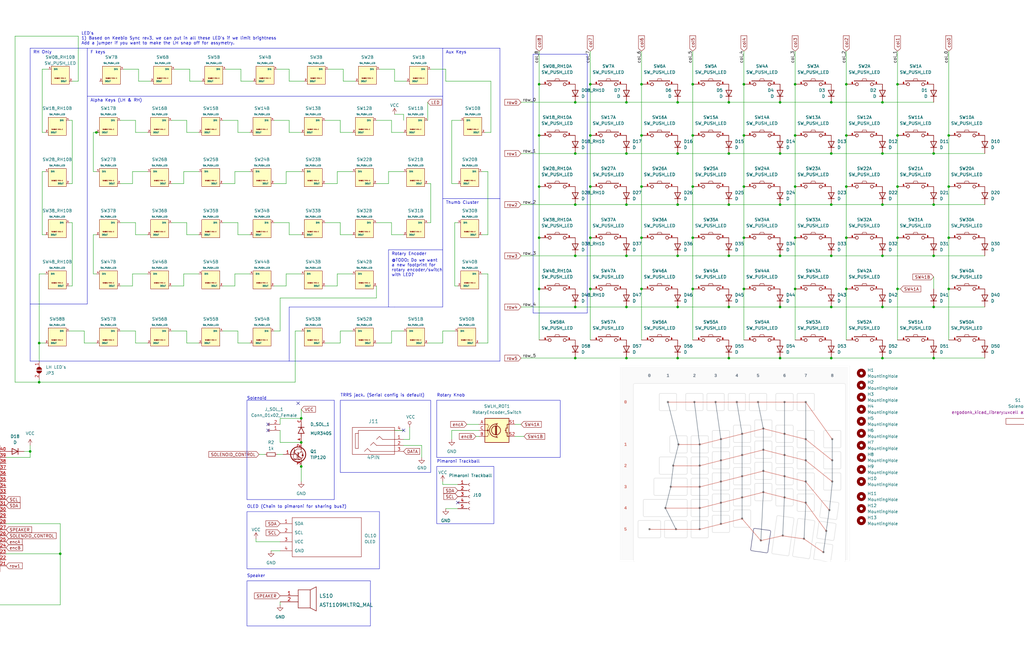
<source format=kicad_sch>
(kicad_sch (version 20230121) (generator eeschema)
  (paper "B")
  (title_block (title "Ergodonk") (date "2023-01-12") (rev "0.1") (company "github.com/JellyTitan") (comment 1 "Ryan Neff") (comment 2 "5V Zone was intentionally omitted because of the solenoid, dedicated 5V pins were used."))
  (junction (at 285.75 107.95))
  (junction (at 378.46 121.92))
  (junction (at 393.7 151.13))
  (junction (at 127 186.69))
  (junction (at 292.1 78.74))
  (junction (at 270.51 78.74))
  (junction (at 307.34 107.95))
  (junction (at 307.34 151.13))
  (junction (at 292.1 57.15))
  (junction (at 328.93 86.36))
  (junction (at 16.51 144.78))
  (junction (at 356.87 78.74))
  (junction (at 248.92 35.56))
  (junction (at 350.52 43.18))
  (junction (at 393.7 86.36))
  (junction (at 12.7 190.5))
  (junction (at 313.69 121.92))
  (junction (at 264.16 151.13))
  (junction (at 328.93 129.54))
  (junction (at 227.33 35.56))
  (junction (at 400.05 57.15))
  (junction (at 292.1 35.56))
  (junction (at 400.05 100.33))
  (junction (at 242.57 43.18))
  (junction (at 378.46 35.56))
  (junction (at 350.52 64.77))
  (junction (at 378.46 78.74))
  (junction (at 242.57 64.77))
  (junction (at 227.33 121.92))
  (junction (at 127 196.85))
  (junction (at 40.64 55.88))
  (junction (at 400.05 121.92))
  (junction (at 372.11 151.13))
  (junction (at 313.69 100.33))
  (junction (at 313.69 78.74))
  (junction (at 264.16 107.95))
  (junction (at 328.93 107.95))
  (junction (at 372.11 43.18))
  (junction (at 248.92 100.33))
  (junction (at 372.11 129.54))
  (junction (at 356.87 100.33))
  (junction (at 285.75 43.18))
  (junction (at 393.7 129.54))
  (junction (at 270.51 35.56))
  (junction (at 372.11 107.95))
  (junction (at 270.51 121.92))
  (junction (at 350.52 107.95))
  (junction (at 242.57 86.36))
  (junction (at 313.69 35.56))
  (junction (at 335.28 35.56))
  (junction (at 270.51 57.15))
  (junction (at 378.46 57.15))
  (junction (at 127 176.53))
  (junction (at 242.57 107.95))
  (junction (at 372.11 86.36))
  (junction (at 378.46 100.33))
  (junction (at 328.93 64.77))
  (junction (at 227.33 100.33))
  (junction (at 400.05 78.74))
  (junction (at 242.57 129.54))
  (junction (at 335.28 78.74))
  (junction (at 292.1 121.92))
  (junction (at -6.35 255.27))
  (junction (at 350.52 129.54))
  (junction (at 307.34 43.18))
  (junction (at 350.52 86.36))
  (junction (at 350.52 151.13))
  (junction (at 285.75 151.13))
  (junction (at 335.28 100.33))
  (junction (at 242.57 151.13))
  (junction (at 264.16 64.77))
  (junction (at 248.92 78.74))
  (junction (at 328.93 151.13))
  (junction (at 356.87 35.56))
  (junction (at 393.7 64.77))
  (junction (at 285.75 129.54))
  (junction (at 25.4 233.68))
  (junction (at 356.87 121.92))
  (junction (at 307.34 129.54))
  (junction (at 248.92 57.15))
  (junction (at 285.75 86.36))
  (junction (at 307.34 86.36))
  (junction (at 16.51 161.29))
  (junction (at 264.16 86.36))
  (junction (at 227.33 57.15))
  (junction (at 393.7 107.95))
  (junction (at 264.16 43.18))
  (junction (at 307.34 64.77))
  (junction (at 335.28 121.92))
  (junction (at 264.16 129.54))
  (junction (at 356.87 57.15))
  (junction (at 285.75 64.77))
  (junction (at 372.11 64.77))
  (junction (at 292.1 100.33))
  (junction (at 248.92 121.92))
  (junction (at 227.33 78.74))
  (junction (at 335.28 57.15))
  (junction (at 270.51 100.33))
  (junction (at 328.93 43.18))
  (junction (at 313.69 57.15))
  (no_connect (at 125.73 170.18))
  (no_connect (at 113.03 181.61))
  (no_connect (at 113.03 179.07))
  (no_connect (at 193.04 212.09))
  (no_connect (at 170.18 181.61))
  (wire (pts (xy 372.11 64.77) (xy 393.7 64.77)))
  (polyline (pts (xy 210.82 83.82) (xy 210.82 152.4)))
  (wire (pts (xy 372.11 43.18) (xy 393.7 43.18)))
  (wire (pts (xy 58.42 34.29) (xy 58.42 29.21)))
  (wire (pts (xy 205.74 115.57) (xy 203.2 115.57)))
  (wire (pts (xy 313.69 35.56) (xy 313.69 21.59)))
  (wire (pts (xy 270.51 35.56) (xy 270.51 21.59)))
  (wire (pts (xy 248.92 21.59) (xy 248.92 35.56)))
  (wire (pts (xy 29.21 77.47) (xy 30.48 77.47)))
  (wire (pts (xy 335.28 35.56) (xy 335.28 57.15)))
  (wire (pts (xy 80.01 34.29) (xy 80.01 29.21)))
  (wire (pts (xy 292.1 100.33) (xy 292.1 121.92)))
  (wire (pts (xy 62.23 55.88) (xy 57.15 55.88)))
  (polyline (pts (xy 186.69 40.64) (xy 36.83 40.64)))
  (wire (pts (xy 41.91 55.88) (xy 40.64 55.88)))
  (wire (pts (xy 201.93 144.78) (xy 205.74 144.78)))
  (wire (pts (xy 186.69 203.2) (xy 186.69 204.47)))
  (wire (pts (xy 57.15 93.98) (xy 50.8 93.98)))
  (wire (pts (xy 378.46 35.56) (xy 378.46 21.59)))
  (wire (pts (xy 201.93 181.61) (xy 190.5 181.61)))
  (wire (pts (xy 264.16 43.18) (xy 285.75 43.18)))
  (wire (pts (xy 127 55.88) (xy 121.92 55.88)))
  (wire (pts (xy 372.11 128.27) (xy 372.11 129.54)))
  (polyline (pts (xy 247.65 132.08) (xy 247.65 25.4)))
  (wire (pts (xy 328.93 107.95) (xy 350.52 107.95)))
  (wire (pts (xy 248.92 100.33) (xy 248.92 121.92)))
  (wire (pts (xy 400.05 21.59) (xy 400.05 57.15)))
  (wire (pts (xy 307.34 151.13) (xy 328.93 151.13)))
  (polyline (pts (xy 12.7 152.4) (xy 12.7 128.27)))
  (wire (pts (xy 105.41 99.06) (xy 100.33 99.06)))
  (wire (pts (xy 190.5 181.61) (xy 190.5 185.42)))
  (wire (pts (xy 205.74 115.57) (xy 205.74 144.78)))
  (wire (pts (xy 85.09 34.29) (xy 80.01 34.29)))
  (wire (pts (xy 203.2 99.06) (xy 205.74 99.06)))
  (wire (pts (xy 378.46 57.15) (xy 378.46 78.74)))
  (wire (pts (xy 142.24 72.39) (xy 148.59 72.39)))
  (wire (pts (xy 187.96 34.29) (xy 207.01 34.29)))
  (wire (pts (xy 127 99.06) (xy 121.92 99.06)))
  (wire (pts (xy 19.05 55.88) (xy 17.78 55.88)))
  (polyline (pts (xy 224.79 22.86) (xy 224.79 132.08)))
  (wire (pts (xy 292.1 121.92) (xy 292.1 143.51)))
  (wire (pts (xy 219.71 151.13) (xy 242.57 151.13)))
  (wire (pts (xy 72.39 77.47) (xy 77.47 77.47)))
  (wire (pts (xy 186.69 144.78) (xy 186.69 139.7)))
  (wire (pts (xy 193.04 120.65) (xy 191.77 120.65)))
  (wire (pts (xy 78.74 93.98) (xy 72.39 93.98)))
  (wire (pts (xy 78.74 139.7) (xy 72.39 139.7)))
  (wire (pts (xy 158.75 144.78) (xy 165.1 144.78)))
  (wire (pts (xy 101.6 29.21) (xy 95.25 29.21)))
  (wire (pts (xy 149.86 34.29) (xy 144.78 34.29)))
  (wire (pts (xy 190.5 77.47) (xy 190.5 50.8)))
  (wire (pts (xy 39.37 115.57) (xy 40.64 115.57)))
  (wire (pts (xy 219.71 129.54) (xy 242.57 129.54)))
  (polyline (pts (xy 121.92 152.4) (xy 12.7 152.4)))
  (wire (pts (xy 2.54 233.68) (xy 25.4 233.68)))
  (wire (pts (xy 120.65 120.65) (xy 120.65 115.57)))
  (wire (pts (xy 77.47 115.57) (xy 83.82 115.57)))
  (wire (pts (xy 16.51 115.57) (xy 16.51 144.78)))
  (polyline (pts (xy 163.83 105.41) (xy 186.69 105.41)))
  (wire (pts (xy 144.78 34.29) (xy 144.78 29.21)))
  (wire (pts (xy 118.11 139.7) (xy 115.57 139.7)))
  (wire (pts (xy 242.57 151.13) (xy 264.16 151.13)))
  (wire (pts (xy 6.35 161.29) (xy 6.35 15.24)))
  (wire (pts (xy 227.33 35.56) (xy 227.33 21.59)))
  (wire (pts (xy 6.35 161.29) (xy 16.51 161.29)))
  (polyline (pts (xy 246.38 22.86) (xy 224.79 22.86)))
  (wire (pts (xy 30.48 50.8) (xy 29.21 50.8)))
  (wire (pts (xy 120.65 77.47) (xy 120.65 72.39)))
  (wire (pts (xy 335.28 35.56) (xy 335.28 21.59)))
  (wire (pts (xy 393.7 64.77) (xy 415.29 64.77)))
  (wire (pts (xy 356.87 78.74) (xy 356.87 100.33)))
  (wire (pts (xy 227.33 143.51) (xy 227.33 121.92)))
  (wire (pts (xy -6.35 255.27) (xy -6.35 254)))
  (wire (pts (xy 30.48 120.65) (xy 30.48 93.98)))
  (wire (pts (xy 80.01 29.21) (xy 73.66 29.21)))
  (wire (pts (xy 62.23 99.06) (xy 57.15 99.06)))
  (wire (pts (xy 10.16 190.5) (xy 12.7 190.5)))
  (wire (pts (xy 170.18 181.61) (xy 166.37 181.61)))
  (wire (pts (xy 143.51 99.06) (xy 143.51 93.98)))
  (wire (pts (xy 105.41 55.88) (xy 100.33 55.88)))
  (wire (pts (xy 187.96 29.21) (xy 181.61 29.21)))
  (wire (pts (xy 307.34 107.95) (xy 328.93 107.95)))
  (polyline (pts (xy 186.69 20.32) (xy 210.82 20.32)))
  (polyline (pts (xy 247.65 25.4) (xy 247.65 22.86)))
  (wire (pts (xy 270.51 78.74) (xy 270.51 100.33)))
  (wire (pts (xy 328.93 43.18) (xy 350.52 43.18)))
  (polyline (pts (xy 12.7 20.32) (xy 36.83 20.32)))
  (wire (pts (xy 16.51 161.29) (xy 124.46 161.29)))
  (wire (pts (xy 227.33 100.33) (xy 227.33 78.74)))
  (wire (pts (xy 248.92 57.15) (xy 248.92 78.74)))
  (wire (pts (xy 166.37 48.26) (xy 170.18 48.26)))
  (wire (pts (xy 328.93 128.27) (xy 328.93 129.54)))
  (wire (pts (xy 40.64 144.78) (xy 35.56 144.78)))
  (wire (pts (xy 270.51 57.15) (xy 270.51 78.74)))
  (polyline (pts (xy 12.7 128.27) (xy 12.7 20.32)))
  (wire (pts (xy 248.92 121.92) (xy 248.92 143.51)))
  (wire (pts (xy 264.16 86.36) (xy 285.75 86.36)))
  (wire (pts (xy 35.56 139.7) (xy 29.21 139.7)))
  (wire (pts (xy 55.88 115.57) (xy 62.23 115.57)))
  (wire (pts (xy 328.93 129.54) (xy 350.52 129.54)))
  (wire (pts (xy 242.57 43.18) (xy 264.16 43.18)))
  (wire (pts (xy 372.11 107.95) (xy 393.7 107.95)))
  (wire (pts (xy 40.64 55.88) (xy 39.37 55.88)))
  (wire (pts (xy 393.7 86.36) (xy 415.29 86.36)))
  (wire (pts (xy 158.75 120.65) (xy 158.75 125.73)))
  (wire (pts (xy 120.65 72.39) (xy 127 72.39)))
  (wire (pts (xy 62.23 144.78) (xy 57.15 144.78)))
  (wire (pts (xy 78.74 99.06) (xy 78.74 93.98)))
  (wire (pts (xy 313.69 121.92) (xy 313.69 143.51)))
  (wire (pts (xy 242.57 129.54) (xy 264.16 129.54)))
  (wire (pts (xy 170.18 185.42) (xy 172.72 185.42)))
  (wire (pts (xy 285.75 151.13) (xy 307.34 151.13)))
  (wire (pts (xy 158.75 125.73) (xy 118.11 125.73)))
  (wire (pts (xy 186.69 204.47) (xy 193.04 204.47)))
  (wire (pts (xy 356.87 35.56) (xy 356.87 21.59)))
  (wire (pts (xy 17.78 72.39) (xy 19.05 72.39)))
  (wire (pts (xy 100.33 139.7) (xy 93.98 139.7)))
  (polyline (pts (xy 104.14 168.91) (xy 140.97 168.91)))
  (wire (pts (xy 378.46 100.33) (xy 378.46 121.92)))
  (wire (pts (xy 12.7 187.96) (xy 12.7 190.5)))
  (wire (pts (xy 350.52 107.95) (xy 372.11 107.95)))
  (wire (pts (xy 12.7 193.04) (xy 12.7 190.5)))
  (wire (pts (xy 393.7 107.95) (xy 415.29 107.95)))
  (wire (pts (xy 121.92 99.06) (xy 121.92 93.98)))
  (polyline (pts (xy 224.79 132.08) (xy 247.65 132.08)))
  (wire (pts (xy 190.5 50.8) (xy 194.31 50.8)))
  (wire (pts (xy 109.22 191.77) (xy 111.76 191.77)))
  (wire (pts (xy 93.98 120.65) (xy 99.06 120.65)))
  (wire (pts (xy 121.92 55.88) (xy 121.92 50.8)))
  (wire (pts (xy 57.15 55.88) (xy 57.15 50.8)))
  (wire (pts (xy 33.02 34.29) (xy 33.02 15.24)))
  (wire (pts (xy 356.87 57.15) (xy 356.87 78.74)))
  (wire (pts (xy 121.92 50.8) (xy 115.57 50.8)))
  (wire (pts (xy 16.51 160.02) (xy 16.51 161.29)))
  (wire (pts (xy 242.57 86.36) (xy 264.16 86.36)))
  (wire (pts (xy 400.05 57.15) (xy 400.05 78.74)))
  (wire (pts (xy 203.2 72.39) (xy 205.74 72.39)))
  (wire (pts (xy 165.1 55.88) (xy 165.1 50.8)))
  (wire (pts (xy 33.02 15.24) (xy 6.35 15.24)))
  (wire (pts (xy 227.33 78.74) (xy 227.33 57.15)))
  (wire (pts (xy 264.16 64.77) (xy 285.75 64.77)))
  (wire (pts (xy 292.1 35.56) (xy 292.1 21.59)))
  (wire (pts (xy 313.69 78.74) (xy 313.69 100.33)))
  (polyline (pts (xy 210.82 83.82) (xy 186.69 83.82)))
  (wire (pts (xy 143.51 93.98) (xy 137.16 93.98)))
  (wire (pts (xy 356.87 100.33) (xy 356.87 121.92)))
  (wire (pts (xy 77.47 72.39) (xy 83.82 72.39)))
  (wire (pts (xy 191.77 93.98) (xy 191.77 120.65)))
  (wire (pts (xy 372.11 129.54) (xy 393.7 129.54)))
  (wire (pts (xy 30.48 93.98) (xy 29.21 93.98)))
  (wire (pts (xy 219.71 179.07) (xy 217.17 179.07)))
  (wire (pts (xy 165.1 50.8) (xy 158.75 50.8)))
  (wire (pts (xy 264.16 107.95) (xy 285.75 107.95)))
  (polyline (pts (xy 140.97 210.82) (xy 140.97 168.91)))
  (wire (pts (xy 350.52 86.36) (xy 372.11 86.36)))
  (wire (pts (xy 17.78 29.21) (xy 20.32 29.21)))
  (wire (pts (xy 93.98 77.47) (xy 99.06 77.47)))
  (wire (pts (xy 40.64 99.06) (xy 39.37 99.06)))
  (wire (pts (xy 187.96 214.63) (xy 193.04 214.63)))
  (wire (pts (xy 114.3 232.41) (xy 118.11 232.41)))
  (wire (pts (xy 248.92 35.56) (xy 248.92 57.15)))
  (wire (pts (xy 292.1 57.15) (xy 292.1 78.74)))
  (wire (pts (xy 285.75 43.18) (xy 307.34 43.18)))
  (wire (pts (xy 100.33 144.78) (xy 100.33 139.7)))
  (wire (pts (xy 181.61 77.47) (xy 181.61 93.98)))
  (wire (pts (xy 143.51 139.7) (xy 148.59 139.7)))
  (wire (pts (xy 248.92 78.74) (xy 248.92 100.33)))
  (wire (pts (xy 165.1 144.78) (xy 165.1 139.7)))
  (wire (pts (xy 205.74 72.39) (xy 205.74 99.06)))
  (wire (pts (xy 78.74 55.88) (xy 78.74 50.8)))
  (wire (pts (xy 25.4 233.68) (xy 25.4 220.98)))
  (wire (pts (xy 219.71 43.18) (xy 242.57 43.18)))
  (wire (pts (xy 83.82 144.78) (xy 78.74 144.78)))
  (wire (pts (xy 120.65 115.57) (xy 127 115.57)))
  (wire (pts (xy 186.69 139.7) (xy 191.77 139.7)))
  (wire (pts (xy 128.27 34.29) (xy 121.92 34.29)))
  (wire (pts (xy 270.51 121.92) (xy 270.51 143.51)))
  (polyline (pts (xy 104.14 210.82) (xy 140.97 210.82)))
  (wire (pts (xy 372.11 151.13) (xy 393.7 151.13)))
  (wire (pts (xy 285.75 107.95) (xy 307.34 107.95)))
  (wire (pts (xy 127 195.58) (xy 127 196.85)))
  (wire (pts (xy 100.33 93.98) (xy 93.98 93.98)))
  (wire (pts (xy 78.74 50.8) (xy 72.39 50.8)))
  (wire (pts (xy 400.05 121.92) (xy 400.05 143.51)))
  (wire (pts (xy 172.72 180.34) (xy 172.72 185.42)))
  (wire (pts (xy 2.54 193.04) (xy 12.7 193.04)))
  (wire (pts (xy 118.11 186.69) (xy 118.11 181.61)))
  (wire (pts (xy 242.57 64.77) (xy 264.16 64.77)))
  (wire (pts (xy 118.11 186.69) (xy 127 186.69)))
  (wire (pts (xy 393.7 116.84) (xy 393.7 121.92)))
  (wire (pts (xy 2.54 220.98) (xy 25.4 220.98)))
  (wire (pts (xy 50.8 120.65) (xy 55.88 120.65)))
  (wire (pts (xy 137.16 144.78) (xy 143.51 144.78)))
  (wire (pts (xy 142.24 77.47) (xy 142.24 72.39)))
  (wire (pts (xy 328.93 64.77) (xy 350.52 64.77)))
  (wire (pts (xy 227.33 121.92) (xy 227.33 100.33)))
  (polyline (pts (xy 186.69 20.32) (xy 186.69 40.64)))
  (wire (pts (xy -6.35 260.35) (xy -6.35 255.27)))
  (wire (pts (xy 165.1 139.7) (xy 170.18 139.7)))
  (wire (pts (xy 107.95 228.6) (xy 118.11 228.6)))
  (wire (pts (xy 285.75 64.77) (xy 307.34 64.77)))
  (wire (pts (xy 166.37 29.21) (xy 160.02 29.21)))
  (wire (pts (xy 148.59 99.06) (xy 143.51 99.06)))
  (wire (pts (xy 116.84 191.77) (xy 119.38 191.77)))
  (wire (pts (xy 142.24 120.65) (xy 142.24 115.57)))
  (wire (pts (xy 328.93 151.13) (xy 350.52 151.13)))
  (wire (pts (xy 19.05 144.78) (xy 16.51 144.78)))
  (wire (pts (xy 372.11 86.36) (xy 393.7 86.36)))
  (wire (pts (xy 124.46 139.7) (xy 124.46 161.29)))
  (wire (pts (xy 35.56 144.78) (xy 35.56 139.7)))
  (wire (pts (xy -6.35 255.27) (xy 25.4 255.27)))
  (wire (pts (xy 58.42 29.21) (xy 52.07 29.21)))
  (wire (pts (xy 105.41 144.78) (xy 100.33 144.78)))
  (wire (pts (xy 118.11 255.27) (xy 118.11 254)))
  (wire (pts (xy 39.37 55.88) (xy 39.37 72.39)))
  (wire (pts (xy 118.11 125.73) (xy 118.11 139.7)))
  (wire (pts (xy 77.47 120.65) (xy 77.47 115.57)))
  (wire (pts (xy 29.21 120.65) (xy 30.48 120.65)))
  (wire (pts (xy 118.11 176.53) (xy 127 176.53)))
  (wire (pts (xy 350.52 43.18) (xy 372.11 43.18)))
  (wire (pts (xy 170.18 187.96) (xy 177.8 187.96)))
  (wire (pts (xy 393.7 151.13) (xy 415.29 151.13)))
  (wire (pts (xy 307.34 64.77) (xy 328.93 64.77)))
  (wire (pts (xy 163.83 77.47) (xy 163.83 72.39)))
  (wire (pts (xy 100.33 55.88) (xy 100.33 50.8)))
  (polyline (pts (xy 36.83 40.64) (xy 36.83 20.32)))
  (wire (pts (xy 158.75 77.47) (xy 163.83 77.47)))
  (wire (pts (xy 143.51 144.78) (xy 143.51 139.7)))
  (wire (pts (xy 200.66 184.15) (xy 201.93 184.15)))
  (wire (pts (xy 39.37 72.39) (xy 40.64 72.39)))
  (wire (pts (xy 83.82 99.06) (xy 78.74 99.06)))
  (wire (pts (xy 39.37 99.06) (xy 39.37 115.57)))
  (wire (pts (xy 121.92 93.98) (xy 115.57 93.98)))
  (polyline (pts (xy 210.82 20.32) (xy 210.82 83.82)))
  (wire (pts (xy 166.37 34.29) (xy 166.37 29.21)))
  (wire (pts (xy 170.18 99.06) (xy 165.1 99.06)))
  (wire (pts (xy 350.52 64.77) (xy 372.11 64.77)))
  (wire (pts (xy 219.71 107.95) (xy 242.57 107.95)))
  (wire (pts (xy 148.59 55.88) (xy 143.51 55.88)))
  (wire (pts (xy 57.15 50.8) (xy 50.8 50.8)))
  (wire (pts (xy 242.57 107.95) (xy 264.16 107.95)))
  (wire (pts (xy 57.15 144.78) (xy 57.15 139.7)))
  (polyline (pts (xy 104.14 168.91) (xy 104.14 210.82)))
  (wire (pts (xy 124.46 139.7) (xy 127 139.7)))
  (wire (pts (xy 118.11 176.53) (xy 118.11 179.07)))
  (wire (pts (xy -15.24 243.84) (xy -15.24 255.27)))
  (wire (pts (xy 270.51 100.33) (xy 270.51 121.92)))
  (wire (pts (xy 207.01 34.29) (xy 207.01 55.88)))
  (wire (pts (xy 191.77 93.98) (xy 193.04 93.98)))
  (wire (pts (xy 292.1 35.56) (xy 292.1 57.15)))
  (wire (pts (xy 143.51 50.8) (xy 137.16 50.8)))
  (wire (pts (xy 144.78 29.21) (xy 138.43 29.21)))
  (wire (pts (xy 220.98 184.15) (xy 217.17 184.15)))
  (wire (pts (xy 30.48 77.47) (xy 30.48 50.8)))
  (wire (pts (xy 163.83 72.39) (xy 170.18 72.39)))
  (polyline (pts (xy 36.83 128.27) (xy 36.83 40.64)))
  (wire (pts (xy 180.34 93.98) (xy 181.61 93.98)))
  (wire (pts (xy 180.34 43.18) (xy 180.34 50.8)))
  (wire (pts (xy 219.71 86.36) (xy 242.57 86.36)))
  (wire (pts (xy 57.15 139.7) (xy 50.8 139.7)))
  (wire (pts (xy 335.28 100.33) (xy 335.28 121.92)))
  (wire (pts (xy 100.33 99.06) (xy 100.33 93.98)))
  (wire (pts (xy 50.8 77.47) (xy 55.88 77.47)))
  (wire (pts (xy 115.57 77.47) (xy 120.65 77.47)))
  (wire (pts (xy 55.88 77.47) (xy 55.88 72.39)))
  (wire (pts (xy 30.48 34.29) (xy 33.02 34.29)))
  (wire (pts (xy 177.8 187.96) (xy 177.8 193.04)))
  (wire (pts (xy 307.34 43.18) (xy 328.93 43.18)))
  (wire (pts (xy 335.28 78.74) (xy 335.28 100.33)))
  (wire (pts (xy 137.16 120.65) (xy 142.24 120.65)))
  (wire (pts (xy 285.75 129.54) (xy 307.34 129.54)))
  (wire (pts (xy 55.88 72.39) (xy 62.23 72.39)))
  (wire (pts (xy 99.06 72.39) (xy 105.41 72.39)))
  (wire (pts (xy 17.78 99.06) (xy 17.78 72.39)))
  (polyline (pts (xy 12.7 128.27) (xy 36.83 128.27)))
  (polyline (pts (xy 210.82 152.4) (xy 121.92 152.4)))
  (polyline (pts (xy 36.83 20.32) (xy 186.69 20.32)))
  (wire (pts (xy 285.75 86.36) (xy 307.34 86.36)))
  (wire (pts (xy 307.34 129.54) (xy 328.93 129.54)))
  (wire (pts (xy 170.18 55.88) (xy 165.1 55.88)))
  (wire (pts (xy 77.47 77.47) (xy 77.47 72.39)))
  (wire (pts (xy 180.34 144.78) (xy 186.69 144.78)))
  (wire (pts (xy 57.15 99.06) (xy 57.15 93.98)))
  (wire (pts (xy 171.45 34.29) (xy 166.37 34.29)))
  (wire (pts (xy 270.51 35.56) (xy 270.51 57.15)))
  (wire (pts (xy 99.06 77.47) (xy 99.06 72.39)))
  (wire (pts (xy 165.1 99.06) (xy 165.1 93.98)))
  (wire (pts (xy 378.46 121.92) (xy 379.73 121.92)))
  (wire (pts (xy 16.51 152.4) (xy 16.51 144.78)))
  (wire (pts (xy 25.4 255.27) (xy 25.4 233.68)))
  (polyline (pts (xy 186.69 83.82) (xy 186.69 40.64)))
  (wire (pts (xy 19.05 99.06) (xy 17.78 99.06)))
  (wire (pts (xy 16.51 115.57) (xy 19.05 115.57)))
  (wire (pts (xy 313.69 100.33) (xy 313.69 121.92)))
  (wire (pts (xy 350.52 129.54) (xy 372.11 129.54)))
  (wire (pts (xy 115.57 120.65) (xy 120.65 120.65)))
  (polyline (pts (xy 247.65 22.86) (xy 246.38 22.86)))
  (wire (pts (xy 55.88 120.65) (xy 55.88 115.57)))
  (wire (pts (xy 180.34 77.47) (xy 181.61 77.47)))
  (wire (pts (xy 196.85 179.07) (xy 201.93 179.07)))
  (wire (pts (xy 328.93 86.36) (xy 350.52 86.36)))
  (wire (pts (xy 313.69 35.56) (xy 313.69 57.15)))
  (wire (pts (xy 142.24 115.57) (xy 148.59 115.57)))
  (wire (pts (xy 292.1 78.74) (xy 292.1 100.33)))
  (wire (pts (xy 127 172.72) (xy 127 176.53)))
  (polyline (pts (xy 121.92 152.4) (xy 121.92 129.54)))
  (wire (pts (xy 106.68 34.29) (xy 101.6 34.29)))
  (wire (pts (xy -15.24 255.27) (xy -6.35 255.27)))
  (wire (pts (xy 264.16 129.54) (xy 285.75 129.54)))
  (wire (pts (xy 143.51 55.88) (xy 143.51 50.8)))
  (wire (pts (xy 350.52 151.13) (xy 372.11 151.13)))
  (wire (pts (xy 335.28 57.15) (xy 335.28 78.74)))
  (polyline (pts (xy 186.69 129.54) (xy 186.69 83.82)))
  (wire (pts (xy 137.16 77.47) (xy 142.24 77.47)))
  (wire (pts (xy 63.5 34.29) (xy 58.42 34.29)))
  (wire (pts (xy 72.39 120.65) (xy 77.47 120.65)))
  (wire (pts (xy 378.46 35.56) (xy 378.46 57.15)))
  (wire (pts (xy 219.71 64.77) (xy 242.57 64.77)))
  (wire (pts (xy 378.46 78.74) (xy 378.46 100.33)))
  (polyline (pts (xy 121.92 129.54) (xy 166.37 129.54)))
  (wire (pts (xy 99.06 120.65) (xy 99.06 115.57)))
  (wire (pts (xy 99.06 115.57) (xy 105.41 115.57)))
  (wire (pts (xy 78.74 144.78) (xy 78.74 139.7)))
  (polyline (pts (xy 163.83 129.54) (xy 163.83 105.41)))
  (wire (pts (xy 204.47 55.88) (xy 207.01 55.88)))
  (wire (pts (xy 393.7 129.54) (xy 415.29 129.54)))
  (wire (pts (xy 165.1 93.98) (xy 158.75 93.98)))
  (wire (pts (xy 121.92 34.29) (xy 121.92 29.21)))
  (wire (pts (xy 307.34 86.36) (xy 328.93 86.36)))
  (wire (pts (xy 378.46 121.92) (xy 378.46 143.51)))
  (wire (pts (xy 127 196.85) (xy 127 203.2)))
  (wire (pts (xy 193.04 77.47) (xy 190.5 77.47)))
  (wire (pts (xy 400.05 100.33) (xy 400.05 121.92)))
  (wire (pts (xy 100.33 50.8) (xy 93.98 50.8)))
  (wire (pts (xy 335.28 121.92) (xy 335.28 143.51)))
  (wire (pts (xy 107.95 227.33) (xy 107.95 228.6)))
  (wire (pts (xy 101.6 34.29) (xy 101.6 29.21)))
  (wire (pts (xy 83.82 55.88) (xy 78.74 55.88)))
  (wire (pts (xy 187.96 34.29) (xy 187.96 29.21)))
  (wire (pts (xy 400.05 78.74) (xy 400.05 100.33)))
  (wire (pts (xy 313.69 57.15) (xy 313.69 78.74)))
  (wire (pts (xy 116.84 29.21) (xy 121.92 29.21)))
  (polyline (pts (xy 166.37 129.54) (xy 186.69 129.54)))
  (wire (pts (xy 356.87 35.56) (xy 356.87 57.15)))
  (wire (pts (xy 170.18 48.26) (xy 170.18 50.8)))
  (wire (pts (xy 227.33 57.15) (xy 227.33 35.56)))
  (wire (pts (xy 356.87 121.92) (xy 356.87 143.51)))
  (wire (pts (xy 17.78 55.88) (xy 17.78 29.21)))
  (wire (pts (xy 264.16 151.13) (xy 285.75 151.13)))
  (rectangle (start 104.14 215.9) (end 160.02 240.03))
  (rectangle (start 184.15 196.85) (end 208.28 220.98))
  (rectangle (start 104.14 245.11) (end 156.21 264.16))
  (rectangle (start 184.15 168.91) (end 236.22 193.04))
  (rectangle (start 143.51 168.91) (end 181.61 199.39))
  (image (at 309.88 195.58) (scale 1.76046))
  (text "Todo:\nThumb cluster detach?\nIs there a good smd option for the Solenoid resistor?\nIs there a female smd socket for the solenoid connection?\nCheck Pimaroni resistor calculation and footprint size\nCHeck net trace sizes. (.5 for 3.3v?)\nIncree trcck size on vcc and GND nets\nFigure out VCC on Pico\nFigure out vbus_sense\nCutouts for picon on PCB\nRH trackball\nGraphics\nMouse bites\nStabalizer holes\nImprove solenoid graphics\nRefactor key row/columns to put 00 in upper right for easier double sided\nMake Diode holes bigger\nAdd breakaway diode bender jig, like on Corne_light v1\nAdd teardrops before production\nAdd maxbrightness to firmware like Keebio sync rev3 (you've got a ton of lights)\nCan the LH Led jumper become a single Jumper for LH/RH differentiation?" (at 455.93 59.69 0) (effects (font (size 1.27 1.27)) (justify left bottom)))
  (text "Speaker" (at 104.14 243.84 0) (effects (font (size 1.27 1.27)) (justify left bottom)))
  (text "Aux Keys" (at 187.96 22.86 0) (effects (font (size 1.27 1.27)) (justify left bottom)))
  (text "Thumb Cluster" (at 187.96 86.36 0) (effects (font (size 1.27 1.27)) (justify left bottom)))
  (text "Pimaroni Trackball\n" (at 184.15 195.58 0) (effects (font (size 1.27 1.27)) (justify left bottom)))
  (text "Solenoid" (at 104.14 168.91 0) (effects (font (size 1.27 1.27)) (justify left bottom)))
  (text "@TODO: Do we want  \na new footprint for\nrotary encoder/switch\nwith LED?" (at 165.1 116.84 0) (effects (font (size 1.27 1.27)) (justify left bottom)))
  (text "RH Only\n" (at 13.97 22.86 0) (effects (font (size 1.27 1.27)) (justify left bottom)))
  (text "Alpha Keys (LH & RH)" (at 38.1 43.18 0) (effects (font (size 1.27 1.27)) (justify left bottom)))
  (text "LED's\n1) Based on Keebio Sync rev3, we can put in all these LED's if we limit brightness\nAdd a jumper if you want to make the LH snap off for assymetry." (at 34.29 19.05 0) (effects (font (size 1.27 1.27)) (justify left bottom)))
  (text "OLED (Chain to pimaroni for sharing bus?)\n" (at 104.14 214.63 0) (effects (font (size 1.27 1.27)) (justify left bottom)))
  (text "V2 Features:\nRH Trackball and rotary encoder instead of Pimaroni\nMove arrow keys into \"+\" centered around \".\" on left hand" (at 455.93 72.39 0) (effects (font (size 1.27 1.27)) (justify left bottom)))
  (text "F keys" (at 38.1 22.86 0) (effects (font (size 1.27 1.27)) (justify left bottom)))
  (text "TRRS jack. (Serial config is default)" (at 143.51 167.64 0) (effects (font (size 1.27 1.27)) (justify left bottom)))
  (text "Rotary Encoder" (at 165.1 107.95 0) (effects (font (size 1.27 1.27)) (justify left bottom)))
  (text "Rotary Knob" (at 184.15 167.64 0) (effects (font (size 1.27 1.27)) (justify left bottom)))
  (label "col_5" (at 292.1 26.67 90))
  (label "row_1" (at 226.06 64.77 180))
  (label "col_1" (at 378.46 26.67 90))
  (label "row_2" (at 226.06 86.36 180))
  (label "col_3" (at 335.28 26.67 90))
  (label "col_4" (at 313.69 26.67 90))
  (label "col_7" (at 248.92 26.67 90))
  (label "col_2" (at 356.87 26.67 90))
  (label "row_3" (at 226.06 107.95 180))
  (label "col_6" (at 270.51 26.67 90))
  (label "col_0" (at 400.05 26.67 90))
  (label "row_4" (at 226.06 129.54 180))
  (label "row_5" (at 226.06 151.13 180))
  (label "col_8" (at 227.33 26.67 90))
  (label "row_0" (at 226.06 43.18 180))
  (global_label "SOLENOID_CONTROL" (shape input) (at 109.22 191.77 180) (property "Intersheetrefs" "${INTERSHEET_REFS}" (effects hide)))
  (global_label "encA" (shape input) (at 196.85 179.07 180) (property "Intersheetrefs" "${INTERSHEET_REFS}" (effects hide)))
  (global_label "SCL" (shape input) (at 193.04 209.55 180) (property "Intersheetrefs" "${INTERSHEET_REFS}" (effects hide)))
  (global_label "DATA" (shape input) (at 170.18 190.5 0) (property "Intersheetrefs" "${INTERSHEET_REFS}" (effects hide)))
  (global_label "SW41A" (shape input) (at 379.73 121.92 0) (property "Intersheetrefs" "${INTERSHEET_REFS}" (effects hide)))
  (global_label "row5" (shape input) (at -33.02 215.9 180) (property "Intersheetrefs" "${INTERSHEET_REFS}" (effects hide)))
  (global_label "col0" (shape input) (at -33.02 218.44 180) (property "Intersheetrefs" "${INTERSHEET_REFS}" (effects hide)))
  (global_label "row3" (shape input) (at -33.02 210.82 180) (property "Intersheetrefs" "${INTERSHEET_REFS}" (effects hide)))
  (global_label "col5" (shape input) (at 292.1 21.59 90) (property "Intersheetrefs" "${INTERSHEET_REFS}" (effects hide)))
  (global_label "col3" (shape input) (at 335.28 21.59 90) (property "Intersheetrefs" "${INTERSHEET_REFS}" (effects hide)))
  (global_label "col6" (shape input) (at -33.02 198.12 180) (property "Intersheetrefs" "${INTERSHEET_REFS}" (effects hide)))
  (global_label "SCL" (shape input) (at 2.54 210.82 0) (property "Intersheetrefs" "${INTERSHEET_REFS}" (effects hide)))
  (global_label "row0" (shape input) (at 219.71 43.18 180) (property "Intersheetrefs" "${INTERSHEET_REFS}" (effects hide)))
  (global_label "row3" (shape input) (at 219.71 107.95 180) (property "Intersheetrefs" "${INTERSHEET_REFS}" (effects hide)))
  (global_label "encB" (shape input) (at 200.66 184.15 180) (property "Intersheetrefs" "${INTERSHEET_REFS}" (effects hide)))
  (global_label "row2" (shape input) (at -33.02 203.2 180) (property "Intersheetrefs" "${INTERSHEET_REFS}" (effects hide)))
  (global_label "col2" (shape input) (at 356.87 21.59 90) (property "Intersheetrefs" "${INTERSHEET_REFS}" (effects hide)))
  (global_label "SDA" (shape input) (at 2.54 213.36 0) (property "Intersheetrefs" "${INTERSHEET_REFS}" (effects hide)))
  (global_label "row0" (shape input) (at -33.02 205.74 180) (property "Intersheetrefs" "${INTERSHEET_REFS}" (effects hide)))
  (global_label "encB" (shape input) (at 2.54 231.14 0) (property "Intersheetrefs" "${INTERSHEET_REFS}" (effects hide)))
  (global_label "col7" (shape input) (at 248.92 21.59 90) (property "Intersheetrefs" "${INTERSHEET_REFS}" (effects hide)))
  (global_label "LED" (shape input) (at 180.34 43.18 0) (property "Intersheetrefs" "${INTERSHEET_REFS}" (effects hide)))
  (global_label "SPEAKER" (shape input) (at 2.54 223.52 0) (property "Intersheetrefs" "${INTERSHEET_REFS}" (effects hide)))
  (global_label "SW41B" (shape input) (at 220.98 184.15 0) (property "Intersheetrefs" "${INTERSHEET_REFS}" (effects hide)))
  (global_label "col8" (shape input) (at 227.33 21.59 90) (property "Intersheetrefs" "${INTERSHEET_REFS}" (effects hide)))
  (global_label "col4" (shape input) (at 313.69 21.59 90) (property "Intersheetrefs" "${INTERSHEET_REFS}" (effects hide)))
  (global_label "col2" (shape input) (at -33.02 226.06 180) (property "Intersheetrefs" "${INTERSHEET_REFS}" (effects hide)))
  (global_label "col0" (shape input) (at 400.05 21.59 90) (property "Intersheetrefs" "${INTERSHEET_REFS}" (effects hide)))
  (global_label "SCL" (shape input) (at 118.11 224.79 180) (property "Intersheetrefs" "${INTERSHEET_REFS}" (effects hide)))
  (global_label "col6" (shape input) (at 270.51 21.59 90) (property "Intersheetrefs" "${INTERSHEET_REFS}" (effects hide)))
  (global_label "SOLENOID_CONTROL" (shape input) (at 2.54 226.06 0) (property "Intersheetrefs" "${INTERSHEET_REFS}" (effects hide)))
  (global_label "row4" (shape input) (at -33.02 213.36 180) (property "Intersheetrefs" "${INTERSHEET_REFS}" (effects hide)))
  (global_label "col7" (shape input) (at -33.02 200.66 180) (property "Intersheetrefs" "${INTERSHEET_REFS}" (effects hide)))
  (global_label "SW41B" (shape input) (at 393.7 116.84 180) (property "Intersheetrefs" "${INTERSHEET_REFS}" (effects hide)))
  (global_label "row1" (shape input) (at 219.71 64.77 180) (property "Intersheetrefs" "${INTERSHEET_REFS}" (effects hide)))
  (global_label "DATA" (shape input) (at -33.02 190.5 180) (property "Intersheetrefs" "${INTERSHEET_REFS}" (effects hide)))
  (global_label "col3" (shape input) (at -33.02 228.6 180) (property "Intersheetrefs" "${INTERSHEET_REFS}" (effects hide)))
  (global_label "col4" (shape input) (at -33.02 231.14 180) (property "Intersheetrefs" "${INTERSHEET_REFS}" (effects hide)))
  (global_label "row5" (shape input) (at 219.71 151.13 180) (property "Intersheetrefs" "${INTERSHEET_REFS}" (effects hide)))
  (global_label "SDA" (shape input) (at 118.11 220.98 180) (property "Intersheetrefs" "${INTERSHEET_REFS}" (effects hide)))
  (global_label "encA" (shape input) (at 2.54 228.6 0) (property "Intersheetrefs" "${INTERSHEET_REFS}" (effects hide)))
  (global_label "col1" (shape input) (at 378.46 21.59 90) (property "Intersheetrefs" "${INTERSHEET_REFS}" (effects hide)))
  (global_label "row4" (shape input) (at 219.71 129.54 180) (property "Intersheetrefs" "${INTERSHEET_REFS}" (effects hide)))
  (global_label "col8" (shape input) (at -33.02 238.76 180) (property "Intersheetrefs" "${INTERSHEET_REFS}" (effects hide)))
  (global_label "row2" (shape input) (at 219.71 86.36 180) (property "Intersheetrefs" "${INTERSHEET_REFS}" (effects hide)))
  (global_label "SW41A" (shape input) (at 219.71 179.07 0) (property "Intersheetrefs" "${INTERSHEET_REFS}" (effects hide)))
  (global_label "SDA" (shape input) (at 193.04 207.01 180) (property "Intersheetrefs" "${INTERSHEET_REFS}" (effects hide)))
  (global_label "col1" (shape input) (at -33.02 223.52 180) (property "Intersheetrefs" "${INTERSHEET_REFS}" (effects hide)))
  (global_label "col5" (shape input) (at -33.02 236.22 180) (property "Intersheetrefs" "${INTERSHEET_REFS}" (effects hide)))
  (global_label "row1" (shape input) (at 2.54 238.76 0) (property "Intersheetrefs" "${INTERSHEET_REFS}" (effects hide)))
  (global_label "LED" (shape input) (at -33.02 193.04 180) (property "Intersheetrefs" "${INTERSHEET_REFS}" (effects hide)))
  (global_label "VCC" (shape input) (at 127 172.72 0) (property "Intersheetrefs" "${INTERSHEET_REFS}" (effects hide)))
  (global_label "SPEAKER" (shape input) (at 118.11 251.46 180) (property "Intersheetrefs" "${INTERSHEET_REFS}" (effects hide)))
  (symbol (lib_id "Ergodonk_symbols:SW_PUSH_LED") (at 198.12 74.93 0) (unit 2)
    (property "Reference" "SW20" (at 198.12 67.31 0))
    (property "Value" "SW_PUSH_LED" (at 198.12 69.85 0) (effects (font (size 0.635 0.635))))
    (property "Footprint" "ergodonk_pico:Cherry_MX_DS_Hotswap_miniE_1U_sofle3b v2" (effects hide))
  )
  (symbol (lib_id "Device:R_Small") (at 114.3 191.77 270) (unit 1)
    (property "Reference" "R2" (at 114.3 186.69 90))
    (property "Value" "1k" (at 114.3 189.23 90))
    (property "Footprint" "Resistor_THT:R_Axial_DIN0309_L9.0mm_D3.2mm_P12.70mm_Horizontal" (effects hide))
  )
  (symbol (lib_id "Device:D") (at 285.75 39.37 90) (unit 1)
    (property "Reference" "D6" (at 283.21 38.0999 90) (effects (justify left)))
    (property "Value" "D" (at 283.21 40.6399 90) (effects (justify left)))
    (property "Footprint" "ergodonk_kicad_library:D_SOD-123_DO-35_Hybrid_DoubleSided" (effects hide))
    (property "Sim.Device" "D" (effects hide))
    (property "Sim.Pins" "1=K 2=A" (effects hide))
  )
  (symbol (lib_id "Ergodonk_symbols:SW_PUSH_LED") (at 299.72 57.15 0) (unit 1)
    (property "Reference" "SW15" (at 299.72 49.53 0))
    (property "Value" "SW_PUSH_LED" (at 299.72 52.07 0))
    (property "Footprint" "ergodonk_pico:Cherry_MX_DS_Hotswap_miniE_1U_sofle3b v2" (effects hide))
  )
  (symbol (lib_id "Ergodonk_symbols:SW_PUSH_LED") (at 256.54 143.51 0) (unit 1)
    (property "Reference" "SW57" (at 256.54 135.89 0))
    (property "Value" "SW_PUSH_LED" (at 256.54 138.43 0))
    (property "Footprint" "ergodonk_pico:Cherry_MX_DS_Hotswap_miniE_1U_sofle3b v2" (effects hide))
  )
  (symbol (lib_id "Ergodonk_symbols:SW_PUSH_LED") (at 153.67 96.52 0) (unit 2)
    (property "Reference" "SW32" (at 153.67 88.9 0))
    (property "Value" "SW_PUSH_LED" (at 153.67 91.44 0) (effects (font (size 0.635 0.635))))
    (property "Footprint" "ergodonk_pico:Cherry_MX_DS_Hotswap_miniE_1U_sofle3b v2" (effects hide))
  )
  (symbol (lib_id "Ergodonk_symbols:SW_PUSH_LED") (at 67.31 74.93 0) (mirror y) (unit 2)
    (property "Reference" "SW26" (at 67.31 67.31 0))
    (property "Value" "SW_PUSH_LED" (at 67.31 69.85 0) (effects (font (size 0.635 0.635))))
    (property "Footprint" "ergodonk_pico:Cherry_MX_DS_Hotswap_miniE_1U_sofle3b v2" (effects hide))
  )
  (symbol (lib_id "Ergodonk_symbols:SW_PUSH_LED") (at 24.13 96.52 0) (unit 2)
    (property "Reference" "SW38_RH10" (at 24.13 88.9 0))
    (property "Value" "SW_PUSH_LED" (at 24.13 91.44 0) (effects (font (size 0.635 0.635))))
    (property "Footprint" "ergodonk_kicad_library:V2_CherryMX_DS_Hotswap_miniE_1U_SEED_RH" (effects hide))
  )
  (symbol (lib_id "Ergodonk_symbols:SW_PUSH_LED") (at 299.72 121.92 0) (unit 1)
    (property "Reference" "SW45" (at 299.72 114.3 0))
    (property "Value" "SW_PUSH_LED" (at 299.72 116.84 0))
    (property "Footprint" "ergodonk_pico:Cherry_MX_DS_Hotswap_miniE_1U_sofle3b v2" (effects hide))
  )
  (symbol (lib_id "Mechanical:MountingHole") (at 363.22 177.8 0) (unit 1)
    (property "Reference" "H5" (at 365.76 176.5299 0) (effects (justify left)))
    (property "Value" "MountingHole" (at 365.76 179.0699 0) (effects (justify left)))
    (property "Footprint" "MountingHole:MountingHole_2.2mm_M2_Pad_Via" (effects hide))
  )
  (symbol (lib_id "Device:RotaryEncoder_Switch") (at 209.55 181.61 0) (unit 1)
    (property "Reference" "SWLH_ROT1" (at 209.55 171.45 0))
    (property "Value" "RotaryEncoder_Switch" (at 209.55 173.99 0))
    (property "Footprint" "ergodonk_kicad_library:RotaryEncoder_EC11_ergodonk_variant" (effects hide))
  )
  (symbol (lib_id "Ergodonk_symbols:SW_PUSH_LED") (at 364.49 57.15 0) (unit 1)
    (property "Reference" "SW12" (at 364.49 49.53 0))
    (property "Value" "SW_PUSH_LED" (at 364.49 52.07 0))
    (property "Footprint" "ergodonk_pico:Cherry_MX_DS_Hotswap_miniE_1U_sofle3b v2" (effects hide))
  )
  (symbol (lib_id "Ergodonk_symbols:SW_PUSH_LED") (at 45.72 118.11 0) (mirror y) (unit 2)
    (property "Reference" "SW47" (at 45.72 110.49 0))
    (property "Value" "SW_PUSH_LED" (at 45.72 113.03 0) (effects (font (size 0.635 0.635))))
    (property "Footprint" "ergodonk_kicad_library:V2_CherryMX_DoubleSided_Hotswap_miniE_2.25u_LH_2.75u_RH" (effects hide))
  )
  (symbol (lib_id "power:GND") (at 127 203.2 0) (unit 1)
    (property "Reference" "#PWR0106" (effects hide))
    (property "Value" "GND" (at 127 208.28 0))
  )
  (symbol (lib_id "Device:D") (at 307.34 104.14 90) (unit 1)
    (property "Reference" "D35" (at 309.88 102.8699 90) (effects (justify right)))
    (property "Value" "D" (at 309.88 105.4099 90) (effects (justify right)))
    (property "Footprint" "ergodonk_kicad_library:D_SOD-123_DO-35_Hybrid_DoubleSided" (effects hide))
    (property "Sim.Device" "D" (effects hide))
    (property "Sim.Pins" "1=K 2=A" (effects hide))
  )
  (symbol (lib_id "Ergodonk_symbols:SW_PUSH_LED") (at 110.49 142.24 0) (unit 2)
    (property "Reference" "SW54" (at 110.49 134.62 0))
    (property "Value" "SW_PUSH_LED" (at 110.49 137.16 0) (effects (font (size 0.635 0.635))))
    (property "Footprint" "ergodonk_pico:Cherry_MX_DS_Hotswap_miniE_1U_sofle3b v2" (effects hide))
  )
  (symbol (lib_id "Device:D") (at 242.57 147.32 90) (unit 1)
    (property "Reference" "D58" (at 245.11 146.0499 90) (effects (justify right)))
    (property "Value" "D" (at 245.11 148.5899 90) (effects (justify right)))
    (property "Footprint" "ergodonk_kicad_library:D_SOD-123_DO-35_Hybrid_DoubleSided" (effects hide))
    (property "Sim.Device" "D" (effects hide))
    (property "Sim.Pins" "1=K 2=A" (effects hide))
  )
  (symbol (lib_id "Ergodonk_symbols:SW_PUSH_LED") (at 364.49 35.56 0) (unit 1)
    (property "Reference" "SW2" (at 364.49 27.94 0))
    (property "Value" "SW_PUSH_LED" (at 364.49 30.48 0))
    (property "Footprint" "ergodonk_pico:Cherry_MX_DS_Hotswap_miniE_1U_sofle3b v2" (effects hide))
  )
  (symbol (lib_id "Ergodonk_symbols:SW_PUSH_LED") (at 25.4 31.75 0) (mirror y) (unit 2)
    (property "Reference" "SW08_RH10" (at 25.4 24.13 0))
    (property "Value" "SW_PUSH_LED" (at 25.4 26.67 0))
    (property "Footprint" "ergodonk_kicad_library:V2_CherryMX_DoubleSided_Hotswap_miniE_2u_RH_ONLY" (effects hide))
  )
  (symbol (lib_id "Device:D") (at 328.93 104.14 90) (unit 1)
    (property "Reference" "D34" (at 331.47 102.8699 90) (effects (justify right)))
    (property "Value" "D" (at 331.47 105.4099 90) (effects (justify right)))
    (property "Footprint" "ergodonk_kicad_library:D_SOD-123_DO-35_Hybrid_DoubleSided" (effects hide))
    (property "Sim.Device" "D" (effects hide))
    (property "Sim.Pins" "1=K 2=A" (effects hide))
  )
  (symbol (lib_id "Mechanical:MountingHole") (at 363.22 157.48 0) (unit 1)
    (property "Reference" "H1" (at 365.76 156.2099 0) (effects (justify left)))
    (property "Value" "MountingHole" (at 365.76 158.7499 0) (effects (justify left)))
    (property "Footprint" "MountingHole:MountingHole_2.2mm_M2_Pad_Via" (effects hide))
  )
  (symbol (lib_id "Transistor_BJT:TIP120") (at 124.46 191.77 0) (unit 1)
    (property "Reference" "Q1" (at 130.81 190.4999 0) (effects (justify left)))
    (property "Value" "TIP120" (at 130.81 193.0399 0) (effects (justify left)))
    (property "Footprint" "ergodonk_kicad_library:Tip 120 with heatsink" (effects hide))
    (property "Datasheet" "https://www.onsemi.com/pub/Collateral/TIP120-D.PDF" (effects hide))
  )
  (symbol (lib_id "Mechanical:MountingHole") (at 363.22 209.55 0) (unit 1)
    (property "Reference" "H11" (at 365.76 208.2799 0) (effects (justify left)))
    (property "Value" "MountingHole" (at 365.76 210.8199 0) (effects (justify left)))
    (property "Footprint" "MountingHole:MountingHole_2.2mm_M2_Pad_Via" (effects hide))
  )
  (symbol (lib_id "Ergodonk_symbols:SW_PUSH_LED") (at 407.67 121.92 0) (unit 1)
    (property "Reference" "SW40" (at 407.67 114.3 0))
    (property "Value" "SW_PUSH_LED" (at 407.67 116.84 0))
    (property "Footprint" "ergodonk_pico:Cherry_MX_DS_Hotswap_miniE_1U_sofle3b v2" (effects hide))
  )
  (symbol (lib_id "power:GND") (at 187.96 214.63 0) (unit 1)
    (property "Reference" "#PWR015" (effects hide))
    (property "Value" "GND" (at 187.96 219.71 0))
  )
  (symbol (lib_id "Ergodonk_symbols:SW_PUSH_LED") (at 342.9 57.15 0) (unit 1)
    (property "Reference" "SW13" (at 342.9 49.53 0))
    (property "Value" "SW_PUSH_LED" (at 342.9 52.07 0))
    (property "Footprint" "ergodonk_pico:Cherry_MX_DS_Hotswap_miniE_1U_sofle3b v2" (effects hide))
  )
  (symbol (lib_id "Ergodonk_symbols:SW_PUSH_LED") (at 364.49 143.51 0) (unit 1)
    (property "Reference" "SW52" (at 364.49 135.89 0))
    (property "Value" "SW_PUSH_LED" (at 364.49 138.43 0))
    (property "Footprint" "ergodonk_pico:Cherry_MX_DS_Hotswap_miniE_1U_sofle3b v2" (effects hide))
  )
  (symbol (lib_id "Ergodonk_symbols:SW_PUSH_LED") (at 110.49 96.52 0) (unit 2)
    (property "Reference" "SW34" (at 110.49 88.9 0))
    (property "Value" "SW_PUSH_LED" (at 110.49 91.44 0) (effects (font (size 0.635 0.635))))
    (property "Footprint" "ergodonk_pico:Cherry_MX_DS_Hotswap_miniE_1U_sofle3b v2" (effects hide))
  )
  (symbol (lib_id "Ergodonk_symbols:SW_PUSH_LED") (at 278.13 78.74 0) (unit 1)
    (property "Reference" "SW26" (at 278.13 71.12 0))
    (property "Value" "SW_PUSH_LED" (at 278.13 73.66 0))
    (property "Footprint" "ergodonk_pico:Cherry_MX_DS_Hotswap_miniE_1U_sofle3b v2" (effects hide))
  )
  (symbol (lib_id "Device:D") (at 350.52 60.96 90) (unit 1)
    (property "Reference" "D13" (at 353.06 59.6899 90) (effects (justify right)))
    (property "Value" "D" (at 353.06 62.2299 90) (effects (justify right)))
    (property "Footprint" "ergodonk_kicad_library:D_SOD-123_DO-35_Hybrid_DoubleSided" (effects hide))
    (property "Sim.Device" "D" (effects hide))
    (property "Sim.Pins" "1=K 2=A" (effects hide))
  )
  (symbol (lib_id "Mechanical:MountingHole") (at 363.22 187.96 0) (unit 1)
    (property "Reference" "H7" (at 365.76 186.6899 0) (effects (justify left)))
    (property "Value" "MountingHole" (at 365.76 189.2299 0) (effects (justify left)))
    (property "Footprint" "MountingHole:MountingHole_2.2mm_M2_Pad_Via" (effects hide))
  )
  (symbol (lib_id "Ergodonk_symbols:SW_PUSH_LED") (at 111.76 31.75 0) (unit 2)
    (property "Reference" "SW4" (at 111.76 24.13 0))
    (property "Value" "SW_PUSH_LED" (at 111.76 26.67 0) (effects (font (size 0.635 0.635))))
    (property "Footprint" "ergodonk_pico:Cherry_MX_DS_Hotswap_miniE_1U_sofle3b v2" (effects hide))
  )
  (symbol (lib_id "Device:D") (at 350.52 82.55 90) (unit 1)
    (property "Reference" "D23" (at 353.06 81.2799 90) (effects (justify right)))
    (property "Value" "D" (at 353.06 83.8199 90) (effects (justify right)))
    (property "Footprint" "ergodonk_kicad_library:D_SOD-123_DO-35_Hybrid_DoubleSided" (effects hide))
    (property "Sim.Device" "D" (effects hide))
    (property "Sim.Pins" "1=K 2=A" (effects hide))
  )
  (symbol (lib_id "Ergodonk_symbols:SW_PUSH_LED") (at 321.31 121.92 0) (unit 1)
    (property "Reference" "SW44" (at 321.31 114.3 0))
    (property "Value" "SW_PUSH_LED" (at 321.31 116.84 0))
    (property "Footprint" "ergodonk_pico:Cherry_MX_DS_Hotswap_miniE_1U_sofle3b v2" (effects hide))
  )
  (symbol (lib_id "Device:D") (at 328.93 125.73 90) (unit 1)
    (property "Reference" "D44" (at 331.47 124.4599 90) (effects (justify right)))
    (property "Value" "D" (at 331.47 126.9999 90) (effects (justify right)))
    (property "Footprint" "ergodonk_kicad_library:D_SOD-123_DO-35_Hybrid_DoubleSided" (effects hide))
    (property "Sim.Device" "D" (effects hide))
    (property "Sim.Pins" "1=K 2=A" (effects hide))
  )
  (symbol (lib_id "Device:D") (at 242.57 104.14 90) (unit 1)
    (property "Reference" "D38_RH10" (at 245.11 102.8699 90) (effects (justify right)))
    (property "Value" "D" (at 245.11 105.4099 90) (effects (justify right)))
    (property "Footprint" "ergodonk_kicad_library:D_SOD-123_DO-35_Hybrid_DoubleSided" (effects hide))
    (property "Sim.Device" "D" (effects hide))
    (property "Sim.Pins" "1=K 2=A" (effects hide))
  )
  (symbol (lib_id "Ergodonk_symbols:SW_PUSH_LED") (at 407.67 100.33 0) (unit 1)
    (property "Reference" "SW30" (at 407.67 92.71 0))
    (property "Value" "SW_PUSH_LED" (at 407.67 95.25 0))
    (property "Footprint" "ergodonk_pico:Cherry_MX_DS_Hotswap_miniE_1U_sofle3b v2" (effects hide))
  )
  (symbol (lib_id "Mechanical:MountingHole") (at 363.22 167.64 0) (unit 1)
    (property "Reference" "H3" (at 365.76 166.3699 0) (effects (justify left)))
    (property "Value" "MountingHole" (at 365.76 168.9099 0) (effects (justify left)))
    (property "Footprint" "MountingHole:MountingHole_2.2mm_M2_Pad_Via" (effects hide))
  )
  (symbol (lib_id "Ergodonk_symbols:SW_PUSH_LED") (at 110.49 118.11 0) (mirror y) (unit 2)
    (property "Reference" "SW44" (at 110.49 110.49 0))
    (property "Value" "SW_PUSH_LED" (at 110.49 113.03 0) (effects (font (size 0.635 0.635))))
    (property "Footprint" "ergodonk_pico:Cherry_MX_DS_Hotswap_miniE_1U_sofle3b v2" (effects hide))
  )
  (symbol (lib_id "Ergodonk_symbols:SW_PUSH_LED") (at 67.31 96.52 0) (unit 2)
    (property "Reference" "SW36" (at 67.31 88.9 0))
    (property "Value" "SW_PUSH_LED" (at 67.31 91.44 0) (effects (font (size 0.635 0.635))))
    (property "Footprint" "ergodonk_pico:Cherry_MX_DS_Hotswap_miniE_1U_sofle3b v2" (effects hide))
  )
  (symbol (lib_id "Device:D") (at 307.34 125.73 90) (unit 1)
    (property "Reference" "D45" (at 309.88 124.4599 90) (effects (justify right)))
    (property "Value" "D" (at 309.88 126.9999 90) (effects (justify right)))
    (property "Footprint" "ergodonk_kicad_library:D_SOD-123_DO-35_Hybrid_DoubleSided" (effects hide))
    (property "Sim.Device" "D" (effects hide))
    (property "Sim.Pins" "1=K 2=A" (effects hide))
  )
  (symbol (lib_id "Ergodonk_symbols:SW_PUSH_LED") (at 198.12 96.52 0) (mirror y) (unit 2)
    (property "Reference" "SW30" (at 198.12 88.9 0))
    (property "Value" "SW_PUSH_LED" (at 198.12 91.44 0) (effects (font (size 0.635 0.635))))
    (property "Footprint" "ergodonk_pico:Cherry_MX_DS_Hotswap_miniE_1U_sofle3b v2" (effects hide))
  )
  (symbol (lib_id "Ergodonk_symbols:SW_PUSH_LED") (at 24.13 118.11 0) (mirror y) (unit 2)
    (property "Reference" "SW48_RH10" (at 24.13 110.49 0))
    (property "Value" "SW_PUSH_LED" (at 24.13 113.03 0) (effects (font (size 0.635 0.635))))
    (property "Footprint" "ergodonk_kicad_library:V2_CherryMX_DoubleSided_Hotswap_miniE_2.25u_RH_ONLY" (effects hide))
  )
  (symbol (lib_id "Mechanical:MountingHole") (at 363.22 198.12 0) (unit 1)
    (property "Reference" "H9" (at 365.76 196.8499 0) (effects (justify left)))
    (property "Value" "MountingHole" (at 365.76 199.3899 0) (effects (justify left)))
    (property "Footprint" "MountingHole:MountingHole_2.2mm_M2_Pad_Via" (effects hide))
  )
  (symbol (lib_id "power:VCC") (at 166.37 48.26 0) (unit 1)
    (property "Reference" "#PWR012" (effects hide))
    (property "Value" "VCC" (at 166.37 44.45 0))
  )
  (symbol (lib_id "Ergodonk_symbols:SW_PUSH_LED") (at 321.31 57.15 0) (unit 1)
    (property "Reference" "SW14" (at 321.31 49.53 0))
    (property "Value" "SW_PUSH_LED" (at 321.31 52.07 0))
    (property "Footprint" "ergodonk_pico:Cherry_MX_DS_Hotswap_miniE_1U_sofle3b v2" (effects hide))
  )
  (symbol (lib_id "MUR340S:MUR340S") (at 127 181.61 90) (unit 1)
    (property "Reference" "D_SOL_1" (at 130.81 179.07 90) (effects (justify right)))
    (property "Value" "MUR340S" (at 130.81 182.88 90) (effects (justify right)))
    (property "Footprint" "ergodonk_kicad_library:MUR340S_IN4001_TH_HYBRID" (effects hide))
    (property "PARTREV" "L2102" (effects hide))
    (property "MANUFACTURER" "Taiwan Semiconductor" (effects hide))
    (property "MAXIMUM_PACKAGE_HEIGHT" "2.62 mm" (effects hide))
    (property "STANDARD" "IPC-7351B" (effects hide))
  )
  (symbol (lib_id "Mechanical:MountingHole") (at 363.22 162.56 0) (unit 1)
    (property "Reference" "H2" (at 365.76 161.2899 0) (effects (justify left)))
    (property "Value" "MountingHole" (at 365.76 163.8299 0) (effects (justify left)))
    (property "Footprint" "MountingHole:MountingHole_2.2mm_M2_Pad_Via" (effects hide))
  )
  (symbol (lib_id "Device:D") (at 372.11 60.96 90) (unit 1)
    (property "Reference" "D12" (at 374.65 59.6899 90) (effects (justify right)))
    (property "Value" "D" (at 374.65 62.2299 90) (effects (justify right)))
    (property "Footprint" "ergodonk_kicad_library:D_SOD-123_DO-35_Hybrid_DoubleSided" (effects hide))
    (property "Sim.Device" "D" (effects hide))
    (property "Sim.Pins" "1=K 2=A" (effects hide))
  )
  (symbol (lib_id "Device:D") (at 328.93 60.96 90) (unit 1)
    (property "Reference" "D14" (at 331.47 59.6899 90) (effects (justify right)))
    (property "Value" "D" (at 331.47 62.2299 90) (effects (justify right)))
    (property "Footprint" "ergodonk_kicad_library:D_SOD-123_DO-35_Hybrid_DoubleSided" (effects hide))
    (property "Sim.Device" "D" (effects hide))
    (property "Sim.Pins" "1=K 2=A" (effects hide))
  )
  (symbol (lib_id "Ergodonk_symbols:SW_PUSH_LED") (at 407.67 57.15 0) (unit 1)
    (property "Reference" "SW10" (at 407.67 49.53 0))
    (property "Value" "SW_PUSH_LED" (at 407.67 52.07 0))
    (property "Footprint" "ergodonk_pico:Cherry_MX_DS_Hotswap_miniE_1U_sofle3b v2" (effects hide))
  )
  (symbol (lib_id "Ergodonk_symbols:SW_PUSH_LED") (at 342.9 100.33 0) (unit 1)
    (property "Reference" "SW33" (at 342.9 92.71 0))
    (property "Value" "SW_PUSH_LED" (at 342.9 95.25 0))
    (property "Footprint" "ergodonk_pico:Cherry_MX_DS_Hotswap_miniE_1U_sofle3b v2" (effects hide))
  )
  (symbol (lib_id "power:GND") (at 118.11 255.27 0) (mirror y) (unit 1)
    (property "Reference" "#PWR020" (effects hide))
    (property "Value" "GND" (at 118.11 260.35 0))
  )
  (symbol (lib_id "Ergodonk_symbols:SW_PUSH_LED") (at 198.12 118.11 0) (unit 2)
    (property "Reference" "SW40" (at 198.12 110.49 0))
    (property "Value" "SW_PUSH_LED" (at 198.12 113.03 0) (effects (font (size 0.635 0.635))))
    (property "Footprint" "ergodonk_pico:Cherry_MX_DS_Hotswap_miniE_1U_sofle3b v2" (effects hide))
  )
  (symbol (lib_id "Device:D") (at 242.57 125.73 90) (unit 1)
    (property "Reference" "D48_RH10" (at 245.11 124.4599 90) (effects (justify right)))
    (property "Value" "D" (at 245.11 126.9999 90) (effects (justify right)))
    (property "Footprint" "ergodonk_kicad_library:D_SOD-123_DO-35_Hybrid_DoubleSided" (effects hide))
    (property "Sim.Device" "D" (effects hide))
    (property "Sim.Pins" "1=K 2=A" (effects hide))
  )
  (symbol (lib_id "Connector:Conn_01x02_Female") (at 113.03 181.61 180) (unit 1)
    (property "Reference" "J_SOL_1" (at 115.57 172.72 0))
    (property "Value" "Conn_01x02_Female" (at 115.57 175.26 0))
    (property "Footprint" "Connector_PinHeader_2.54mm:PinHeader_1x02_P2.54mm_Vertical" (effects hide))
  )
  (symbol (lib_id "power:GND") (at 114.3 232.41 0) (unit 1)
    (property "Reference" "#PWR018" (effects hide))
    (property "Value" "GND" (at 114.3 237.49 0))
  )
  (symbol (lib_id "Ergodonk_symbols:SW_PUSH_LED") (at 299.72 100.33 0) (unit 1)
    (property "Reference" "SW35" (at 299.72 92.71 0))
    (property "Value" "SW_PUSH_LED" (at 299.72 95.25 0))
    (property "Footprint" "ergodonk_pico:Cherry_MX_DS_Hotswap_miniE_1U_sofle3b v2" (effects hide))
  )
  (symbol (lib_id "Ergodonk_symbols:SW_PUSH_LED") (at 234.95 100.33 0) (unit 1)
    (property "Reference" "SW38_RH10" (at 234.95 92.71 0))
    (property "Value" "SW_PUSH_LED" (at 234.95 95.25 0))
    (property "Footprint" "ergodonk_kicad_library:V2_CherryMX_DS_Hotswap_miniE_1U_SEED_RH" (effects hide))
  )
  (symbol (lib_id "MCU_RaspberryPi_and_Boards:Pico") (at -15.24 214.63 0) (unit 1)
    (property "Reference" "U11" (at -15.24 184.15 0))
    (property "Value" "Pico" (at -15.24 186.69 0))
    (property "Footprint" "ergodonk_kicad_library:RPi_Pico_SMD_TH - Junco -DS Sofle v3b v4" (effects hide))
  )
  (symbol (lib_id "Ergodonk_symbols:SW_PUSH_LED") (at 256.54 100.33 0) (unit 1)
    (property "Reference" "SW37" (at 256.54 92.71 0))
    (property "Value" "SW_PUSH_LED" (at 256.54 95.25 0))
    (property "Footprint" "ergodonk_kicad_library:V2_CherryMX_DoubleSided_Hotswap_miniE_1.75u_LH_1u_RH" (effects hide))
  )
  (symbol (lib_id "Ergodonk_symbols:SW_PUSH_LED") (at 364.49 78.74 0) (unit 1)
    (property "Reference" "SW22" (at 364.49 71.12 0))
    (property "Value" "SW_PUSH_LED" (at 364.49 73.66 0))
    (property "Footprint" "ergodonk_pico:Cherry_MX_DS_Hotswap_miniE_1U_sofle3b v2" (effects hide))
  )
  (symbol (lib_id "Device:D") (at 307.34 147.32 90) (unit 1)
    (property "Reference" "D55" (at 309.88 146.0499 90) (effects (justify right)))
    (property "Value" "D" (at 309.88 148.5899 90) (effects (justify right)))
    (property "Footprint" "ergodonk_kicad_library:D_SOD-123_DO-35_Hybrid_DoubleSided" (effects hide))
    (property "Sim.Device" "D" (effects hide))
    (property "Sim.Pins" "1=K 2=A" (effects hide))
  )
  (symbol (lib_id "Mechanical:MountingHole") (at 363.22 172.72 0) (unit 1)
    (property "Reference" "H4" (at 365.76 171.4499 0) (effects (justify left)))
    (property "Value" "MountingHole" (at 365.76 173.9899 0) (effects (justify left)))
    (property "Footprint" "MountingHole:MountingHole_2.2mm_M2_Pad_Via" (effects hide))
  )
  (symbol (lib_id "Device:D") (at 264.16 104.14 90) (unit 1)
    (property "Reference" "D37" (at 266.7 102.8699 90) (effects (justify right)))
    (property "Value" "D" (at 266.7 105.4099 90) (effects (justify right)))
    (property "Footprint" "ergodonk_kicad_library:D_SOD-123_DO-35_Hybrid_DoubleSided" (effects hide))
    (property "Sim.Device" "D" (effects hide))
    (property "Sim.Pins" "1=K 2=A" (effects hide))
  )
  (symbol (lib_id "Ergodonk_symbols:SW_PUSH_LED") (at 342.9 143.51 0) (unit 1)
    (property "Reference" "SW53" (at 342.9 135.89 0))
    (property "Value" "SW_PUSH_LED" (at 342.9 138.43 0))
    (property "Footprint" "ergodonk_pico:Cherry_MX_DS_Hotswap_miniE_1U_sofle3b v2" (effects hide))
  )
  (symbol (lib_id "Ergodonk_symbols:SW_PUSH_LED") (at 256.54 57.15 0) (unit 1)
    (property "Reference" "SW17" (at 256.54 49.53 0))
    (property "Value" "SW_PUSH_LED" (at 256.54 52.07 0))
    (property "Footprint" "ergodonk_pico:Cherry_MX_DS_Hotswap_miniE_1U_sofle3b v2" (effects hide))
  )
  (symbol (lib_id "Mechanical:MountingHole") (at 363.22 214.63 0) (unit 1)
    (property "Reference" "H12" (at 365.76 213.3599 0) (effects (justify left)))
    (property "Value" "MountingHole" (at 365.76 215.8999 0) (effects (justify left)))
    (property "Footprint" "MountingHole:MountingHole_2.2mm_M2_Pad_Via" (effects hide))
  )
  (symbol (lib_id "Ergodonk_symbols:SW_PUSH_LED") (at 88.9 53.34 0) (unit 2)
    (property "Reference" "SW15" (at 88.9 45.72 0))
    (property "Value" "SW_PUSH_LED" (at 88.9 48.26 0) (effects (font (size 0.635 0.635))))
    (property "Footprint" "ergodonk_pico:Cherry_MX_DS_Hotswap_miniE_1U_sofle3b v2" (effects hide))
  )
  (symbol (lib_id "Ergodonk_symbols:SW_PUSH_LED") (at 386.08 143.51 0) (unit 1)
    (property "Reference" "SW51" (at 386.08 135.89 0))
    (property "Value" "SW_PUSH_LED" (at 386.08 138.43 0))
    (property "Footprint" "ergodonk_pico:Cherry_MX_DS_Hotswap_miniE_1U_sofle3b v2" (effects hide))
  )
  (symbol (lib_id "SofleKeyboard-rescue:GND-power") (at 177.8 193.04 0) (unit 1)
    (property "Reference" "#PWR019" (effects hide))
    (property "Value" "GND" (at 177.927 197.4342 0))
  )
  (symbol (lib_id "Connector:Conn_01x05_Socket") (at 198.12 209.55 0) (unit 1)
    (property "Reference" "J10" (at 199.39 208.915 0) (effects (justify left)))
    (property "Value" "Pimaroni Trackball" (at 189.23 200.66 0) (effects (justify left)))
    (property "Footprint" "ergodonk_kicad_library:pimoroni_trackball" (effects hide))
  )
  (symbol (lib_id "Device:D") (at 393.7 82.55 90) (unit 1)
    (property "Reference" "D21" (at 396.24 81.2799 90) (effects (justify right)))
    (property "Value" "D" (at 396.24 83.8199 90) (effects (justify right)))
    (property "Footprint" "ergodonk_kicad_library:D_SOD-123_DO-35_Hybrid_DoubleSided" (effects hide))
    (property "Sim.Device" "D" (effects hide))
    (property "Sim.Pins" "1=K 2=A" (effects hide))
  )
  (symbol (lib_id "Device:D") (at 393.7 39.37 90) (unit 1)
    (property "Reference" "D1" (at 391.16 38.0999 90) (effects (justify left)))
    (property "Value" "D" (at 391.16 40.6399 90) (effects (justify left)))
    (property "Footprint" "ergodonk_kicad_library:D_SOD-123_DO-35_Hybrid_DoubleSided" (effects hide))
    (property "Sim.Device" "D" (effects hide))
    (property "Sim.Pins" "1=K 2=A" (effects hide))
  )
  (symbol (lib_id "Device:D") (at 415.29 60.96 90) (unit 1)
    (property "Reference" "D10" (at 417.83 59.6899 90) (effects (justify right)))
    (property "Value" "D" (at 417.83 62.2299 90) (effects (justify right)))
    (property "Footprint" "ergodonk_kicad_library:D_SOD-123_DO-35_Hybrid_DoubleSided" (effects hide))
    (property "Sim.Device" "D" (effects hide))
    (property "Sim.Pins" "1=K 2=A" (effects hide))
  )
  (symbol (lib_id "Device:D") (at 350.52 39.37 90) (unit 1)
    (property "Reference" "D3" (at 347.98 38.0999 90) (effects (justify left)))
    (property "Value" "D" (at 347.98 40.6399 90) (effects (justify left)))
    (property "Footprint" "ergodonk_kicad_library:D_SOD-123_DO-35_Hybrid_DoubleSided" (effects hide))
    (property "Sim.Device" "D" (effects hide))
    (property "Sim.Pins" "1=K 2=A" (effects hide))
  )
  (symbol (lib_id "Ergodonk_symbols:SW_PUSH_LED") (at 234.95 57.15 0) (unit 1)
    (property "Reference" "SW18_RH10" (at 234.95 49.53 0))
    (property "Value" "SW_PUSH_LED" (at 234.95 52.07 0))
    (property "Footprint" "ergodonk_kicad_library:Cherry_MX_DS_Hotswap_miniE_1U_sofle3b_oneside" (effects hide))
  )
  (symbol (lib_id "Ergodonk_symbols:SW_PUSH_LED") (at 153.67 142.24 0) (mirror y) (unit 2)
    (property "Reference" "SW52" (at 153.67 134.62 0))
    (property "Value" "SW_PUSH_LED" (at 153.67 137.16 0) (effects (font (size 0.635 0.635))))
    (property "Footprint" "ergodonk_pico:Cherry_MX_DS_Hotswap_miniE_1U_sofle3b v2" (effects hide))
  )
  (symbol (lib_id "Device:D") (at 285.75 147.32 90) (unit 1)
    (property "Reference" "D56" (at 288.29 146.0499 90) (effects (justify right)))
    (property "Value" "D" (at 288.29 148.5899 90) (effects (justify right)))
    (property "Footprint" "ergodonk_kicad_library:D_SOD-123_DO-35_Hybrid_DoubleSided" (effects hide))
    (property "Sim.Device" "D" (effects hide))
    (property "Sim.Pins" "1=K 2=A" (effects hide))
  )
  (symbol (lib_id "Ergodonk_symbols:SW_PUSH_LED") (at 153.67 118.11 0) (mirror y) (unit 2)
    (property "Reference" "SW42" (at 153.67 110.49 0))
    (property "Value" "SW_PUSH_LED" (at 153.67 113.03 0) (effects (font (size 0.635 0.635))))
    (property "Footprint" "ergodonk_pico:Cherry_MX_DS_Hotswap_miniE_1U_sofle3b v2" (effects hide))
  )
  (symbol (lib_id "Ergodonk_symbols:SW_PUSH_LED") (at 234.95 35.56 0) (unit 1)
    (property "Reference" "SW08_RH10" (at 234.95 27.94 0))
    (property "Value" "SW_PUSH_LED" (at 234.95 30.48 0))
    (property "Footprint" "ergodonk_kicad_library:V2_CherryMX_DoubleSided_Hotswap_miniE_2u_RH_ONLY" (effects hide))
  )
  (symbol (lib_id "Ergodonk_symbols:SW_PUSH_LED") (at 110.49 74.93 0) (mirror y) (unit 2)
    (property "Reference" "SW24" (at 110.49 67.31 0))
    (property "Value" "SW_PUSH_LED" (at 110.49 69.85 0) (effects (font (size 0.635 0.635))))
    (property "Footprint" "ergodonk_pico:Cherry_MX_DS_Hotswap_miniE_1U_sofle3b v2" (effects hide))
  )
  (symbol (lib_id "Device:D") (at 393.7 147.32 90) (unit 1)
    (property "Reference" "D51" (at 396.24 146.0499 90) (effects (justify right)))
    (property "Value" "D" (at 396.24 148.5899 90) (effects (justify right)))
    (property "Footprint" "ergodonk_kicad_library:D_SOD-123_DO-35_Hybrid_DoubleSided" (effects hide))
    (property "Sim.Device" "D" (effects hide))
    (property "Sim.Pins" "1=K 2=A" (effects hide))
  )
  (symbol (lib_id "power:PWR_FLAG") (at -6.35 254 0) (unit 1)
    (property "Reference" "#FLG010" (effects hide))
    (property "Value" "PWR_FLAG" (effects hide))
  )
  (symbol (lib_id "Ergodonk_symbols:SW_PUSH_LED") (at 299.72 35.56 0) (unit 1)
    (property "Reference" "SW5" (at 299.72 27.94 0))
    (property "Value" "SW_PUSH_LED" (at 299.72 30.48 0))
    (property "Footprint" "ergodonk_pico:Cherry_MX_DS_Hotswap_miniE_1U_sofle3b v2" (effects hide))
  )
  (symbol (lib_id "Ergodonk_symbols:SW_PUSH_LED") (at 24.13 142.24 0) (unit 2)
    (property "Reference" "SW58" (at 24.13 134.62 0))
    (property "Value" "SW_PUSH_LED" (at 24.13 137.16 0) (effects (font (size 0.635 0.635))))
    (property "Footprint" "ergodonk_pico:Cherry_MX_DS_Hotswap_miniE_1U_sofle3b v2" (effects hide))
  )
  (symbol (lib_id "Ergodonk_symbols:SW_PUSH_LED") (at 133.35 31.75 0) (unit 2)
    (property "Reference" "SW3" (at 133.35 24.13 0))
    (property "Value" "SW_PUSH_LED" (at 133.35 26.67 0) (effects (font (size 0.635 0.635))))
    (property "Footprint" "ergodonk_pico:Cherry_MX_DS_Hotswap_miniE_1U_sofle3b v2" (effects hide))
  )
  (symbol (lib_id "Ergodonk_symbols:SW_PUSH_LED") (at 278.13 143.51 0) (unit 1)
    (property "Reference" "SW56" (at 278.13 135.89 0))
    (property "Value" "SW_PUSH_LED" (at 278.13 138.43 0))
    (property "Footprint" "ergodonk_pico:Cherry_MX_DS_Hotswap_miniE_1U_sofle3b v2" (effects hide))
  )
  (symbol (lib_id "Ergodonk_symbols:SW_PUSH_LED") (at 407.67 78.74 0) (unit 1)
    (property "Reference" "SW20" (at 407.67 71.12 0))
    (property "Value" "SW_PUSH_LED" (at 407.67 73.66 0))
    (property "Footprint" "ergodonk_pico:Cherry_MX_DS_Hotswap_miniE_1U_sofle3b v2" (effects hide))
  )
  (symbol (lib_id "Ergodonk_symbols:SW_PUSH_LED") (at 386.08 100.33 0) (unit 1)
    (property "Reference" "SW31" (at 386.08 92.71 0))
    (property "Value" "SW_PUSH_LED" (at 386.08 95.25 0))
    (property "Footprint" "ergodonk_pico:Cherry_MX_DS_Hotswap_miniE_1U_sofle3b v2" (effects hide))
  )
  (symbol (lib_id "Ergodonk_symbols:SW_PUSH_LED") (at 175.26 96.52 0) (unit 2)
    (property "Reference" "SW31" (at 175.26 88.9 0))
    (property "Value" "SW_PUSH_LED" (at 175.26 91.44 0) (effects (font (size 0.635 0.635))))
    (property "Footprint" "ergodonk_pico:Cherry_MX_DS_Hotswap_miniE_1U_sofle3b v2" (effects hide))
  )
  (symbol (lib_id "Ergodonk_symbols:SW_PUSH_LED") (at 234.95 143.51 0) (unit 1)
    (property "Reference" "SW58" (at 234.95 135.89 0))
    (property "Value" "SW_PUSH_LED" (at 234.95 138.43 0))
    (property "Footprint" "ergodonk_pico:Cherry_MX_DS_Hotswap_miniE_1U_sofle3b v2" (effects hide))
  )
  (symbol (lib_id "Ergodonk_symbols:SW_PUSH_LED") (at 256.54 78.74 0) (unit 1)
    (property "Reference" "SW27" (at 256.54 71.12 0))
    (property "Value" "SW_PUSH_LED" (at 256.54 73.66 0))
    (property "Footprint" "ergodonk_kicad_library:V2_CherryMX_DoubleSided_Hotswap_miniE_1.5u_LH_1u_RH" (effects hide))
  )
  (symbol (lib_id "Ergodonk_symbols:SW_PUSH_LED") (at 68.58 31.75 0) (unit 2)
    (property "Reference" "SW6" (at 68.58 24.13 0))
    (property "Value" "SW_PUSH_LED" (at 68.58 26.67 0) (effects (font (size 0.635 0.635))))
    (property "Footprint" "ergodonk_pico:Cherry_MX_DS_Hotswap_miniE_1U_sofle3b v2" (effects hide))
  )
  (symbol (lib_id "Ergodonk_symbols:SW_PUSH_LED") (at 321.31 35.56 0) (unit 1)
    (property "Reference" "SW4" (at 321.31 27.94 0))
    (property "Value" "SW_PUSH_LED" (at 321.31 30.48 0))
    (property "Footprint" "ergodonk_pico:Cherry_MX_DS_Hotswap_miniE_1U_sofle3b v2" (effects hide))
  )
  (symbol (lib_id "Device:D") (at 372.11 147.32 90) (unit 1)
    (property "Reference" "D52" (at 374.65 146.0499 90) (effects (justify right)))
    (property "Value" "D" (at 374.65 148.5899 90) (effects (justify right)))
    (property "Footprint" "ergodonk_kicad_library:D_SOD-123_DO-35_Hybrid_DoubleSided" (effects hide))
    (property "Sim.Device" "D" (effects hide))
    (property "Sim.Pins" "1=K 2=A" (effects hide))
  )
  (symbol (lib_id "Ergodonk_symbols:SW_PUSH_LED") (at 45.72 74.93 0) (mirror y) (unit 2)
    (property "Reference" "SW27" (at 45.72 67.31 0))
    (property "Value" "SW_PUSH_LED" (at 45.72 69.85 0) (effects (font (size 0.635 0.635))))
    (property "Footprint" "ergodonk_kicad_library:V2_CherryMX_DoubleSided_Hotswap_miniE_1.5u_LH_1u_RH" (effects hide))
  )
  (symbol (lib_id "Device:D") (at 350.52 104.14 90) (unit 1)
    (property "Reference" "D33" (at 353.06 102.8699 90) (effects (justify right)))
    (property "Value" "D" (at 353.06 105.4099 90) (effects (justify right)))
    (property "Footprint" "ergodonk_kicad_library:D_SOD-123_DO-35_Hybrid_DoubleSided" (effects hide))
    (property "Sim.Device" "D" (effects hide))
    (property "Sim.Pins" "1=K 2=A" (effects hide))
  )
  (symbol (lib_id "Ergodonk_symbols:SW_PUSH_LED") (at 386.08 57.15 0) (unit 1)
    (property "Reference" "SW11" (at 386.08 49.53 0))
    (property "Value" "SW_PUSH_LED" (at 386.08 52.07 0))
    (property "Footprint" "ergodonk_pico:Cherry_MX_DS_Hotswap_miniE_1U_sofle3b v2" (effects hide))
  )
  (symbol (lib_id "Device:D") (at 372.11 104.14 90) (unit 1)
    (property "Reference" "D32" (at 374.65 102.8699 90) (effects (justify right)))
    (property "Value" "D" (at 374.65 105.4099 90) (effects (justify right)))
    (property "Footprint" "ergodonk_kicad_library:D_SOD-123_DO-35_Hybrid_DoubleSided" (effects hide))
    (property "Sim.Device" "D" (effects hide))
    (property "Sim.Pins" "1=K 2=A" (effects hide))
  )
  (symbol (lib_id "Device:D") (at 264.16 125.73 90) (unit 1)
    (property "Reference" "D47" (at 266.7 124.4599 90) (effects (justify right)))
    (property "Value" "D" (at 266.7 126.9999 90) (effects (justify right)))
    (property "Footprint" "ergodonk_kicad_library:D_SOD-123_DO-35_Hybrid_DoubleSided" (effects hide))
    (property "Sim.Device" "D" (effects hide))
    (property "Sim.Pins" "1=K 2=A" (effects hide))
  )
  (symbol (lib_id "Ergodonk_symbols:SW_PUSH_LED") (at 90.17 31.75 0) (unit 2)
    (property "Reference" "SW5" (at 90.17 24.13 0))
    (property "Value" "SW_PUSH_LED" (at 90.17 26.67 0) (effects (font (size 0.635 0.635))))
    (property "Footprint" "ergodonk_pico:Cherry_MX_DS_Hotswap_miniE_1U_sofle3b v2" (effects hide))
  )
  (symbol (lib_id "Device:D") (at 393.7 104.14 90) (unit 1)
    (property "Reference" "D31" (at 396.24 102.8699 90) (effects (justify right)))
    (property "Value" "D" (at 396.24 105.4099 90) (effects (justify right)))
    (property "Footprint" "ergodonk_kicad_library:D_SOD-123_DO-35_Hybrid_DoubleSided" (effects hide))
    (property "Sim.Device" "D" (effects hide))
    (property "Sim.Pins" "1=K 2=A" (effects hide))
  )
  (symbol (lib_id "Ergodonk_symbols:SW_PUSH_LED") (at 364.49 121.92 0) (unit 1)
    (property "Reference" "SW42" (at 364.49 114.3 0))
    (property "Value" "SW_PUSH_LED" (at 364.49 116.84 0))
    (property "Footprint" "ergodonk_pico:Cherry_MX_DS_Hotswap_miniE_1U_sofle3b v2" (effects hide))
  )
  (symbol (lib_id "Device:D") (at 372.11 125.73 90) (unit 1)
    (property "Reference" "D42" (at 374.65 124.4599 90) (effects (justify right)))
    (property "Value" "D" (at 374.65 126.9999 90) (effects (justify right)))
    (property "Footprint" "ergodonk_kicad_library:D_SOD-123_DO-35_Hybrid_DoubleSided" (effects hide))
    (property "Sim.Device" "D" (effects hide))
    (property "Sim.Pins" "1=K 2=A" (effects hide))
  )
  (symbol (lib_id "Ergodonk_symbols:SW_PUSH_LED") (at 199.39 53.34 0) (mirror y) (unit 2)
    (property "Reference" "SW10" (at 199.39 45.72 0))
    (property "Value" "SW_PUSH_LED" (at 199.39 48.26 0) (effects (font (size 0.635 0.635))))
    (property "Footprint" "ergodonk_pico:Cherry_MX_DS_Hotswap_miniE_1U_sofle3b v2" (effects hide))
  )
  (symbol (lib_id "Ergodonk_symbols:SW_PUSH_LED") (at 153.67 74.93 0) (mirror y) (unit 2)
    (property "Reference" "SW22" (at 153.67 67.31 0))
    (property "Value" "SW_PUSH_LED" (at 153.67 69.85 0) (effects (font (size 0.635 0.635))))
    (property "Footprint" "ergodonk_pico:Cherry_MX_DS_Hotswap_miniE_1U_sofle3b v2" (effects hide))
  )
  (symbol (lib_id "Ergodonk_symbols:SW_PUSH_LED") (at 278.13 35.56 0) (unit 1)
    (property "Reference" "SW6" (at 278.13 27.94 0))
    (property "Value" "SW_PUSH_LED" (at 278.13 30.48 0))
    (property "Footprint" "ergodonk_pico:Cherry_MX_DS_Hotswap_miniE_1U_sofle3b v2" (effects hide))
  )
  (symbol (lib_id "Ergodonk_symbols:SW_PUSH_LED") (at 154.94 31.75 0) (unit 2)
    (property "Reference" "SW2" (at 154.94 24.13 0))
    (property "Value" "SW_PUSH_LED" (at 154.94 26.67 0) (effects (font (size 0.635 0.635))))
    (property "Footprint" "ergodonk_pico:Cherry_MX_DS_Hotswap_miniE_1U_sofle3b v2" (effects hide))
  )
  (symbol (lib_id "Ergodonk_symbols:SW_PUSH_LED") (at 321.31 100.33 0) (unit 1)
    (property "Reference" "SW34" (at 321.31 92.71 0))
    (property "Value" "SW_PUSH_LED" (at 321.31 95.25 0))
    (property "Footprint" "ergodonk_pico:Cherry_MX_DS_Hotswap_miniE_1U_sofle3b v2" (effects hide))
  )
  (symbol (lib_id "Ergodonk_symbols:SW_PUSH_LED") (at 234.95 78.74 0) (unit 1)
    (property "Reference" "SW28_RH10" (at 234.95 71.12 0))
    (property "Value" "SW_PUSH_LED" (at 234.95 73.66 0))
    (property "Footprint" "ergodonk_kicad_library:V2_CherryMX_DoubleSided_Hotswap_miniE_1.5u_RH_ONLY" (effects hide))
  )
  (symbol (lib_id "Ergodonk_symbols:SW_PUSH_LED") (at 132.08 142.24 0) (mirror y) (unit 2)
    (property "Reference" "SW53" (at 132.08 134.62 0))
    (property "Value" "SW_PUSH_LED" (at 132.08 137.16 0) (effects (font (size 0.635 0.635))))
    (property "Footprint" "ergodonk_pico:Cherry_MX_DS_Hotswap_miniE_1U_sofle3b v2" (effects hide))
  )
  (symbol (lib_id "Ergodonk_symbols:SW_PUSH_LED") (at 175.26 53.34 0) (unit 2)
    (property "Reference" "SW11" (at 175.26 45.72 0))
    (property "Value" "SW_PUSH_LED" (at 175.26 48.26 0) (effects (font (size 0.635 0.635))))
    (property "Footprint" "ergodonk_pico:Cherry_MX_DS_Hotswap_miniE_1U_sofle3b v2" (effects hide))
  )
  (symbol (lib_id "power:VCC") (at 107.95 227.33 0) (unit 1)
    (property "Reference" "#PWR017" (effects hide))
    (property "Value" "VCC" (at 107.95 223.52 0))
  )
  (symbol (lib_id "Device:D") (at 242.57 60.96 90) (unit 1)
    (property "Reference" "D18_RH10" (at 245.11 59.6899 90) (effects (justify right)))
    (property "Value" "D" (at 245.11 62.2299 90) (effects (justify right)))
    (property "Footprint" "ergodonk_kicad_library:D_SOD-123_DO-35_Hybrid_DoubleSided" (effects hide))
    (property "Sim.Device" "D" (effects hide))
    (property "Sim.Pins" "1=K 2=A" (effects hide))
  )
  (symbol (lib_id "Ergodonk_symbols:SW_PUSH_LED") (at 342.9 78.74 0) (unit 1)
    (property "Reference" "SW23" (at 342.9 71.12 0))
    (property "Value" "SW_PUSH_LED" (at 342.9 73.66 0))
    (property "Footprint" "ergodonk_pico:Cherry_MX_DS_Hotswap_miniE_1U_sofle3b v2" (effects hide))
  )
  (symbol (lib_id "Ergodonk_symbols:SW_PUSH_LED") (at 364.49 100.33 0) (unit 1)
    (property "Reference" "SW32" (at 364.49 92.71 0))
    (property "Value" "SW_PUSH_LED" (at 364.49 95.25 0))
    (property "Footprint" "ergodonk_pico:Cherry_MX_DS_Hotswap_miniE_1U_sofle3b v2" (effects hide))
  )
  (symbol (lib_id "Ergodonk_symbols:SW_PUSH_LED") (at 175.26 142.24 0) (mirror y) (unit 2)
    (property "Reference" "SW51" (at 175.26 134.62 0))
    (property "Value" "SW_PUSH_LED" (at 175.26 137.16 0) (effects (font (size 0.635 0.635))))
    (property "Footprint" "ergodonk_pico:Cherry_MX_DS_Hotswap_miniE_1U_sofle3b v2" (effects hide))
  )
  (symbol (lib_id "Ergodonk_symbols:SW_PUSH_LED") (at 256.54 121.92 0) (unit 1)
    (property "Reference" "SW47" (at 256.54 114.3 0))
    (property "Value" "SW_PUSH_LED" (at 256.54 116.84 0))
    (property "Footprint" "ergodonk_kicad_library:V2_CherryMX_DoubleSided_Hotswap_miniE_2.25u_LH_2.75u_RH" (effects hide))
  )
  (symbol (lib_id "Ergodonk_symbols:SW_PUSH_LED") (at 88.9 118.11 0) (mirror y) (unit 2)
    (property "Reference" "SW45" (at 88.9 110.49 0))
    (property "Value" "SW_PUSH_LED" (at 88.9 113.03 0) (effects (font (size 0.635 0.635))))
    (property "Footprint" "ergodonk_pico:Cherry_MX_DS_Hotswap_miniE_1U_sofle3b v2" (effects hide))
  )
  (symbol (lib_id "Device:D") (at 372.11 82.55 90) (unit 1)
    (property "Reference" "D22" (at 374.65 81.2799 90) (effects (justify right)))
    (property "Value" "D" (at 374.65 83.8199 90) (effects (justify right)))
    (property "Footprint" "ergodonk_kicad_library:D_SOD-123_DO-35_Hybrid_DoubleSided" (effects hide))
    (property "Sim.Device" "D" (effects hide))
    (property "Sim.Pins" "1=K 2=A" (effects hide))
  )
  (symbol (lib_id "Device:D") (at 350.52 147.32 90) (unit 1)
    (property "Reference" "D53" (at 353.06 146.0499 90) (effects (justify right)))
    (property "Value" "D" (at 353.06 148.5899 90) (effects (justify right)))
    (property "Footprint" "ergodonk_kicad_library:D_SOD-123_DO-35_Hybrid_DoubleSided" (effects hide))
    (property "Sim.Device" "D" (effects hide))
    (property "Sim.Pins" "1=K 2=A" (effects hide))
  )
  (symbol (lib_id "Neff_KiCad_Symbol_library:Solenoid") (at 429.26 177.8 0) (unit 1)
    (property "Reference" "S1" (at 429.26 168.91 0))
    (property "Value" "Solenoid" (at 429.26 171.45 0))
    (property "Footprint" "ergodonk_kicad_library:uxcell a14092600ux0438 solenoid" (at 429.26 173.99 0))
  )
  (symbol (lib_id "Ergodonk_symbols:SW_PUSH_LED") (at 176.53 31.75 0) (unit 2)
    (property "Reference" "SW1" (at 176.53 24.13 0))
    (property "Value" "SW_PUSH_LED" (at 176.53 26.67 0) (effects (font (size 0.635 0.635))))
    (property "Footprint" "ergodonk_pico:Cherry_MX_DS_Hotswap_miniE_1U_sofle3b v2" (effects hide))
  )
  (symbol (lib_id "Ergodonk_symbols:SW_PUSH_LED") (at 196.85 142.24 0) (mirror y) (unit 2)
    (property "Reference" "SW50" (at 196.85 134.62 0))
    (property "Value" "SW_PUSH_LED" (at 196.85 137.16 0) (effects (font (size 0.635 0.635))))
    (property "Footprint" "ergodonk_pico:Cherry_MX_DS_Hotswap_miniE_1U_sofle3b v2" (effects hide))
  )
  (symbol (lib_id "Ergodonk_symbols:SW_PUSH_LED") (at 256.54 35.56 0) (unit 1)
    (property "Reference" "SW7" (at 256.54 27.94 0))
    (property "Value" "SW_PUSH_LED" (at 256.54 30.48 0))
    (property "Footprint" "ergodonk_pico:Cherry_MX_DS_Hotswap_miniE_1U_sofle3b v2" (effects hide))
  )
  (symbol (lib_id "Device:D") (at 242.57 39.37 90) (unit 1)
    (property "Reference" "D08_RH10" (at 245.11 38.0999 90) (effects (justify right)))
    (property "Value" "D" (at 245.11 40.6399 90) (effects (justify right)))
    (property "Footprint" "ergodonk_kicad_library:D_SOD-123_DO-35_Hybrid_DoubleSided" (effects hide))
    (property "Sim.Device" "D" (effects hide))
    (property "Sim.Pins" "1=K 2=A" (effects hide))
  )
  (symbol (lib_id "Device:D") (at 350.52 125.73 90) (unit 1)
    (property "Reference" "D43" (at 353.06 124.4599 90) (effects (justify right)))
    (property "Value" "D" (at 353.06 126.9999 90) (effects (justify right)))
    (property "Footprint" "ergodonk_kicad_library:D_SOD-123_DO-35_Hybrid_DoubleSided" (effects hide))
    (property "Sim.Device" "D" (effects hide))
    (property "Sim.Pins" "1=K 2=A" (effects hide))
  )
  (symbol (lib_id "Device:D") (at 285.75 104.14 90) (unit 1)
    (property "Reference" "D36" (at 288.29 102.8699 90) (effects (justify right)))
    (property "Value" "D" (at 288.29 105.4099 90) (effects (justify right)))
    (property "Footprint" "ergodonk_kicad_library:D_SOD-123_DO-35_Hybrid_DoubleSided" (effects hide))
    (property "Sim.Device" "D" (effects hide))
    (property "Sim.Pins" "1=K 2=A" (effects hide))
  )
  (symbol (lib_id "Device:D") (at 415.29 104.14 90) (unit 1)
    (property "Reference" "D30" (at 417.83 102.8699 90) (effects (justify right)))
    (property "Value" "D" (at 417.83 105.4099 90) (effects (justify right)))
    (property "Footprint" "ergodonk_kicad_library:D_SOD-123_DO-35_Hybrid_DoubleSided" (effects hide))
    (property "Sim.Device" "D" (effects hide))
    (property "Sim.Pins" "1=K 2=A" (effects hide))
  )
  (symbol (lib_id "SofleKeyboard-rescue:MJ-4PP-9-Lily58-cache-Lily58_Pro-rescue") (at 158.75 185.42 0) (unit 1)
    (property "Reference" "J11" (at 157.48 177.8 0) (effects (font (size 1.524 1.524))))
    (property "Value" "4PIN" (at 157.48 193.04 0) (effects (font (size 1.524 1.524))))
    (property "Footprint" "ergodonk_kicad_library:MJ-4PP-9_CANTOR_KITCHEN_SINK" (effects hide))
  )
  (symbol (lib_name "D_42") (lib_id "Device:D") (at 6.35 190.5 180) (unit 1)
    (property "Reference" "D18" (at 6.35 184.15 0))
    (property "Value" "D" (at 6.35 186.69 0))
    (property "Footprint" "ergodonk_pico:D3_TH_SMD_v2" (effects hide))
  )
  (symbol (lib_id "Mechanical:MountingHole") (at 363.22 203.2 0) (unit 1)
    (property "Reference" "H10" (at 365.76 201.9299 0) (effects (justify left)))
    (property "Value" "MountingHole" (at 365.76 204.4699 0) (effects (justify left)))
    (property "Footprint" "MountingHole:MountingHole_2.2mm_M2_Pad_Via" (effects hide))
  )
  (symbol (lib_id "Ergodonk_symbols:SW_PUSH_LED") (at 299.72 143.51 0) (unit 1)
    (property "Reference" "SW55" (at 299.72 135.89 0))
    (property "Value" "SW_PUSH_LED" (at 299.72 138.43 0))
    (property "Footprint" "ergodonk_pico:Cherry_MX_DS_Hotswap_miniE_1U_sofle3b v2" (effects hide))
  )
  (symbol (lib_id "SofleKeyboard-rescue:VCC-power") (at 172.72 180.34 0) (unit 1)
    (property "Reference" "#PWR016" (effects hide))
    (property "Value" "VCC" (at 173.1518 175.9458 0))
  )
  (symbol (lib_id "Device:D") (at 264.16 39.37 90) (unit 1)
    (property "Reference" "D7" (at 261.62 38.0999 90) (effects (justify left)))
    (property "Value" "D" (at 261.62 40.6399 90) (effects (justify left)))
    (property "Footprint" "ergodonk_kicad_library:D_SOD-123_DO-35_Hybrid_DoubleSided" (effects hide))
    (property "Sim.Device" "D" (effects hide))
    (property "Sim.Pins" "1=K 2=A" (effects hide))
  )
  (symbol (lib_id "power:VCC") (at 186.69 203.2 0) (unit 1)
    (property "Reference" "#PWR011" (effects hide))
    (property "Value" "VCC" (at 186.69 199.39 0))
  )
  (symbol (lib_id "Ergodonk_symbols:SW_PUSH_LED") (at 386.08 78.74 0) (unit 1)
    (property "Reference" "SW21" (at 386.08 71.12 0))
    (property "Value" "SW_PUSH_LED" (at 386.08 73.66 0))
    (property "Footprint" "ergodonk_pico:Cherry_MX_DS_Hotswap_miniE_1U_sofle3b v2" (effects hide))
  )
  (symbol (lib_id "Device:D") (at 242.57 82.55 90) (unit 1)
    (property "Reference" "D28_RH10" (at 245.11 81.2799 90) (effects (justify right)))
    (property "Value" "D" (at 245.11 83.8199 90) (effects (justify right)))
    (property "Footprint" "ergodonk_kicad_library:D_SOD-123_DO-35_Hybrid_DoubleSided" (effects hide))
    (property "Sim.Device" "D" (effects hide))
    (property "Sim.Pins" "1=K 2=A" (effects hide))
  )
  (symbol (lib_id "Ergodonk_symbols:SW_PUSH_LED") (at 88.9 142.24 0) (unit 2)
    (property "Reference" "SW55" (at 88.9 134.62 0))
    (property "Value" "SW_PUSH_LED" (at 88.9 137.16 0) (effects (font (size 0.635 0.635))))
    (property "Footprint" "ergodonk_pico:Cherry_MX_DS_Hotswap_miniE_1U_sofle3b v2" (effects hide))
  )
  (symbol (lib_id "Ergodonk_symbols:SW_PUSH_LED") (at 278.13 121.92 0) (unit 1)
    (property "Reference" "SW46" (at 278.13 114.3 0))
    (property "Value" "SW_PUSH_LED" (at 278.13 116.84 0))
    (property "Footprint" "ergodonk_pico:Cherry_MX_DS_Hotswap_miniE_1U_sofle3b v2" (effects hide))
  )
  (symbol (lib_id "Ergodonk_symbols:SW_PUSH_LED") (at 342.9 35.56 0) (unit 1)
    (property "Reference" "SW3" (at 342.9 27.94 0))
    (property "Value" "SW_PUSH_LED" (at 342.9 30.48 0))
    (property "Footprint" "ergodonk_pico:Cherry_MX_DS_Hotswap_miniE_1U_sofle3b v2" (effects hide))
  )
  (symbol (lib_id "Ergodonk_symbols:SW_PUSH_LED") (at 67.31 53.34 0) (unit 2)
    (property "Reference" "SW16" (at 67.31 45.72 0))
    (property "Value" "SW_PUSH_LED" (at 67.31 48.26 0) (effects (font (size 0.635 0.635))))
    (property "Footprint" "ergodonk_pico:Cherry_MX_DS_Hotswap_miniE_1U_sofle3b v2" (effects hide))
  )
  (symbol (lib_id "Device:D") (at 372.11 39.37 90) (unit 1)
    (property "Reference" "D2" (at 369.57 38.0999 90) (effects (justify left)))
    (property "Value" "D" (at 369.57 40.6399 90) (effects (justify left)))
    (property "Footprint" "ergodonk_kicad_library:D_SOD-123_DO-35_Hybrid_DoubleSided" (effects hide))
    (property "Sim.Device" "D" (effects hide))
    (property "Sim.Pins" "1=K 2=A" (effects hide))
  )
  (symbol (lib_id "Device:D") (at 285.75 82.55 90) (unit 1)
    (property "Reference" "D26" (at 288.29 81.2799 90) (effects (justify right)))
    (property "Value" "D" (at 288.29 83.8199 90) (effects (justify right)))
    (property "Footprint" "ergodonk_kicad_library:D_SOD-123_DO-35_Hybrid_DoubleSided" (effects hide))
    (property "Sim.Device" "D" (effects hide))
    (property "Sim.Pins" "1=K 2=A" (effects hide))
  )
  (symbol (lib_id "Ergodonk_symbols:SW_PUSH_LED") (at 45.72 142.24 0) (unit 2)
    (property "Reference" "SW57" (at 45.72 134.62 0))
    (property "Value" "SW_PUSH_LED" (at 45.72 137.16 0) (effects (font (size 0.635 0.635))))
    (property "Footprint" "ergodonk_pico:Cherry_MX_DS_Hotswap_miniE_1U_sofle3b v2" (effects hide))
  )
  (symbol (lib_id "Ergodonk_symbols:SW_PUSH_LED") (at 153.67 53.34 0) (unit 2)
    (property "Reference" "SW12" (at 153.67 45.72 0))
    (property "Value" "SW_PUSH_LED" (at 153.67 48.26 0) (effects (font (size 0.635 0.635))))
    (property "Footprint" "ergodonk_pico:Cherry_MX_DS_Hotswap_miniE_1U_sofle3b v2" (effects hide))
  )
  (symbol (lib_id "Device:D") (at 285.75 125.73 90) (unit 1)
    (property "Reference" "D46" (at 288.29 124.4599 90) (effects (justify right)))
    (property "Value" "D" (at 288.29 126.9999 90) (effects (justify right)))
    (property "Footprint" "ergodonk_kicad_library:D_SOD-123_DO-35_Hybrid_DoubleSided" (effects hide))
    (property "Sim.Device" "D" (effects hide))
    (property "Sim.Pins" "1=K 2=A" (effects hide))
  )
  (symbol (lib_id "Mechanical:MountingHole") (at 363.22 219.71 0) (unit 1)
    (property "Reference" "H13" (at 365.76 218.4399 0) (effects (justify left)))
    (property "Value" "MountingHole" (at 365.76 220.9799 0) (effects (justify left)))
    (property "Footprint" "MountingHole:MountingHole_2.2mm_M2_Pad_Via" (effects hide))
  )
  (symbol (lib_id "Ergodonk_symbols:SW_PUSH_LED") (at 88.9 74.93 0) (mirror y) (unit 2)
    (property "Reference" "SW25" (at 88.9 67.31 0))
    (property "Value" "SW_PUSH_LED" (at 88.9 69.85 0) (effects (font (size 0.635 0.635))))
    (property "Footprint" "ergodonk_pico:Cherry_MX_DS_Hotswap_miniE_1U_sofle3b v2" (effects hide))
  )
  (symbol (lib_name "VCC_3") (lib_id "power:VCC") (at 12.7 187.96 0) (unit 1)
    (property "Reference" "#PWR010" (effects hide))
    (property "Value" "VCC" (at 12.7 182.88 0))
  )
  (symbol (lib_id "Ergodonk_symbols:SW_PUSH_LED") (at 110.49 53.34 0) (unit 2)
    (property "Reference" "SW14" (at 110.49 45.72 0))
    (property "Value" "SW_PUSH_LED" (at 110.49 48.26 0) (effects (font (size 0.635 0.635))))
    (property "Footprint" "ergodonk_pico:Cherry_MX_DS_Hotswap_miniE_1U_sofle3b v2" (effects hide))
  )
  (symbol (lib_id "Jumper:SolderJumper_2_Open") (at 16.51 156.21 90) (mirror x) (unit 1)
    (property "Reference" "JP3" (at 22.86 157.48 90) (effects (justify left)))
    (property "Value" "LH LED's" (at 27.94 154.94 90) (effects (justify left)))
    (property "Footprint" "Connector_PinHeader_2.54mm:PinHeader_1x02_P2.54mm_Vertical" (effects hide))
  )
  (symbol (lib_id "Ergodonk_symbols:SW_PUSH_LED") (at 67.31 118.11 0) (mirror y) (unit 2)
    (property "Reference" "SW46" (at 67.31 110.49 0))
    (property "Value" "SW_PUSH_LED" (at 67.31 113.03 0) (effects (font (size 0.635 0.635))))
    (property "Footprint" "ergodonk_pico:Cherry_MX_DS_Hotswap_miniE_1U_sofle3b v2" (effects hide))
  )
  (symbol (lib_id "Device:D") (at 285.75 60.96 90) (unit 1)
    (property "Reference" "D16" (at 288.29 59.6899 90) (effects (justify right)))
    (property "Value" "D" (at 288.29 62.2299 90) (effects (justify right)))
    (property "Footprint" "ergodonk_kicad_library:D_SOD-123_DO-35_Hybrid_DoubleSided" (effects hide))
    (property "Sim.Device" "D" (effects hide))
    (property "Sim.Pins" "1=K 2=A" (effects hide))
  )
  (symbol (lib_id "Ergodonk_symbols:SW_PUSH_LED") (at 132.08 74.93 0) (mirror y) (unit 2)
    (property "Reference" "SW23" (at 132.08 67.31 0))
    (property "Value" "SW_PUSH_LED" (at 132.08 69.85 0) (effects (font (size 0.635 0.635))))
    (property "Footprint" "ergodonk_pico:Cherry_MX_DS_Hotswap_miniE_1U_sofle3b v2" (effects hide))
  )
  (symbol (lib_id "Device:D") (at 393.7 60.96 90) (unit 1)
    (property "Reference" "D11" (at 396.24 59.6899 90) (effects (justify right)))
    (property "Value" "D" (at 396.24 62.2299 90) (effects (justify right)))
    (property "Footprint" "ergodonk_kicad_library:D_SOD-123_DO-35_Hybrid_DoubleSided" (effects hide))
    (property "Sim.Device" "D" (effects hide))
    (property "Sim.Pins" "1=K 2=A" (effects hide))
  )
  (symbol (lib_id "Device:D") (at 328.93 147.32 90) (unit 1)
    (property "Reference" "D54" (at 331.47 146.0499 90) (effects (justify right)))
    (property "Value" "D" (at 331.47 148.5899 90) (effects (justify right)))
    (property "Footprint" "ergodonk_kicad_library:D_SOD-123_DO-35_Hybrid_DoubleSided" (effects hide))
    (property "Sim.Device" "D" (effects hide))
    (property "Sim.Pins" "1=K 2=A" (effects hide))
  )
  (symbol (lib_id "Device:D") (at 307.34 60.96 90) (unit 1)
    (property "Reference" "D15" (at 309.88 59.6899 90) (effects (justify right)))
    (property "Value" "D" (at 309.88 62.2299 90) (effects (justify right)))
    (property "Footprint" "ergodonk_kicad_library:D_SOD-123_DO-35_Hybrid_DoubleSided" (effects hide))
    (property "Sim.Device" "D" (effects hide))
    (property "Sim.Pins" "1=K 2=A" (effects hide))
  )
  (symbol (lib_id "Ergodonk_symbols:SW_PUSH_LED") (at 132.08 118.11 0) (mirror y) (unit 2)
    (property "Reference" "SW43" (at 132.08 110.49 0))
    (property "Value" "SW_PUSH_LED" (at 132.08 113.03 0) (effects (font (size 0.635 0.635))))
    (property "Footprint" "ergodonk_pico:Cherry_MX_DS_Hotswap_miniE_1U_sofle3b v2" (effects hide))
  )
  (symbol (lib_id "Ergodonk_symbols:SW_PUSH_LED") (at 24.13 74.93 0) (mirror y) (unit 2)
    (property "Reference" "SW28_RH10" (at 24.13 67.31 0))
    (property "Value" "SW_PUSH_LED" (at 24.13 69.85 0) (effects (font (size 0.635 0.635))))
    (property "Footprint" "ergodonk_kicad_library:V2_CherryMX_DoubleSided_Hotswap_miniE_1.5u_RH_ONLY" (effects hide))
  )
  (symbol (lib_id "Ergodonk_symbols:SW_PUSH_LED") (at 234.95 121.92 0) (unit 1)
    (property "Reference" "SW48_RH10" (at 234.95 114.3 0))
    (property "Value" "SW_PUSH_LED" (at 234.95 116.84 0))
    (property "Footprint" "ergodonk_kicad_library:V2_CherryMX_DoubleSided_Hotswap_miniE_2.25u_RH_ONLY" (effects hide))
  )
  (symbol (lib_id "AST1109MLTRQ:AST1109MLTRQ") (at 118.11 251.46 0) (unit 1)
    (property "Reference" "LS10" (at 134.62 251.46 0) (effects (font (size 1.524 1.524)) (justify left)))
    (property "Value" "AST1109MLTRQ_MAL" (at 134.62 255.27 0) (effects (font (size 1.524 1.524)) (justify left)))
    (property "Footprint" "ergodonk_kicad_library:AST1109MLTRQ" (effects hide))
  )
  (symbol (lib_id "SofleKeyboard-rescue:GND-Lily58-cache-Lily58_Pro-rescue") (at -6.35 260.35 0) (unit 1)
    (property "Reference" "#PWR013" (effects hide))
    (property "Value" "GND" (at -6.35 264.16 0))
  )
  (symbol (lib_id "Ergodonk_symbols:SW_PUSH_LED") (at 321.31 143.51 0) (unit 1)
    (property "Reference" "SW54" (at 321.31 135.89 0))
    (property "Value" "SW_PUSH_LED" (at 321.31 138.43 0))
    (property "Footprint" "ergodonk_pico:Cherry_MX_DS_Hotswap_miniE_1U_sofle3b v2" (effects hide))
  )
  (symbol (lib_id "Ergodonk_symbols:SW_PUSH_LED") (at 386.08 35.56 0) (unit 1)
    (property "Reference" "SW1" (at 386.08 27.94 0))
    (property "Value" "SW_PUSH_LED" (at 386.08 30.48 0))
    (property "Footprint" "ergodonk_pico:Cherry_MX_DS_Hotswap_miniE_1U_sofle3b v2" (effects hide))
  )
  (symbol (lib_id "Ergodonk_symbols:SW_PUSH_LED") (at 132.08 96.52 0) (unit 2)
    (property "Reference" "SW33" (at 132.08 88.9 0))
    (property "Value" "SW_PUSH_LED" (at 132.08 91.44 0) (effects (font (size 0.635 0.635))))
    (property "Footprint" "ergodonk_pico:Cherry_MX_DS_Hotswap_miniE_1U_sofle3b v2" (effects hide))
  )
  (symbol (lib_id "kbd:OLED") (at 137.16 227.33 0) (unit 1)
    (property "Reference" "OL10" (at 153.67 226.06 0) (effects (font (size 1.2954 1.2954)) (justify left)))
    (property "Value" "OLED" (at 153.67 228.6 0) (effects (font (size 1.1938 1.1938)) (justify left)))
    (property "Footprint" "ergodonk_pico:OLED SSD1306 128x64 UNVERIFIED v2" (effects hide))
  )
  (symbol (lib_id "Ergodonk_symbols:SW_PUSH_LED") (at 278.13 57.15 0) (unit 1)
    (property "Reference" "SW16" (at 278.13 49.53 0))
    (property "Value" "SW_PUSH_LED" (at 278.13 52.07 0))
    (property "Footprint" "ergodonk_pico:Cherry_MX_DS_Hotswap_miniE_1U_sofle3b v2" (effects hide))
  )
  (symbol (lib_id "Device:D") (at 415.29 147.32 90) (unit 1)
    (property "Reference" "D50" (at 417.83 146.0499 90) (effects (justify right)))
    (property "Value" "D" (at 417.83 148.5899 90) (effects (justify right)))
    (property "Footprint" "ergodonk_kicad_library:D_SOD-123_DO-35_Hybrid_DoubleSided" (effects hide))
    (property "Sim.Device" "D" (effects hide))
    (property "Sim.Pins" "1=K 2=A" (effects hide))
  )
  (symbol (lib_id "Device:D") (at 415.29 82.55 90) (unit 1)
    (property "Reference" "D20" (at 417.83 81.2799 90) (effects (justify right)))
    (property "Value" "D" (at 417.83 83.8199 90) (effects (justify right)))
    (property "Footprint" "ergodonk_kicad_library:D_SOD-123_DO-35_Hybrid_DoubleSided" (effects hide))
    (property "Sim.Device" "D" (effects hide))
    (property "Sim.Pins" "1=K 2=A" (effects hide))
  )
  (symbol (lib_id "Device:D") (at 415.29 125.73 90) (unit 1)
    (property "Reference" "D40" (at 417.83 124.4599 90) (effects (justify right)))
    (property "Value" "D" (at 417.83 126.9999 90) (effects (justify right)))
    (property "Footprint" "ergodonk_kicad_library:D_SOD-123_DO-35_Hybrid_DoubleSided" (effects hide))
    (property "Sim.Device" "D" (effects hide))
    (property "Sim.Pins" "1=K 2=A" (effects hide))
  )
  (symbol (lib_id "Ergodonk_symbols:SW_PUSH_LED") (at 407.67 143.51 0) (unit 1)
    (property "Reference" "SW50" (at 407.67 135.89 0))
    (property "Value" "SW_PUSH_LED" (at 407.67 138.43 0))
    (property "Footprint" "ergodonk_pico:Cherry_MX_DS_Hotswap_miniE_1U_sofle3b v2" (effects hide))
  )
  (symbol (lib_id "Ergodonk_symbols:SW_PUSH_LED") (at 321.31 78.74 0) (unit 1)
    (property "Reference" "SW24" (at 321.31 71.12 0))
    (property "Value" "SW_PUSH_LED" (at 321.31 73.66 0))
    (property "Footprint" "ergodonk_pico:Cherry_MX_DS_Hotswap_miniE_1U_sofle3b v2" (effects hide))
  )
  (symbol (lib_id "Ergodonk_symbols:SW_PUSH_LED") (at 132.08 53.34 0) (unit 2)
    (property "Reference" "SW13" (at 132.08 45.72 0))
    (property "Value" "SW_PUSH_LED" (at 132.08 48.26 0) (effects (font (size 0.635 0.635))))
    (property "Footprint" "ergodonk_pico:Cherry_MX_DS_Hotswap_miniE_1U_sofle3b v2" (effects hide))
  )
  (symbol (lib_id "Ergodonk_symbols:SW_PUSH_LED") (at 278.13 100.33 0) (unit 1)
    (property "Reference" "SW36" (at 278.13 92.71 0))
    (property "Value" "SW_PUSH_LED" (at 278.13 95.25 0))
    (property "Footprint" "ergodonk_pico:Cherry_MX_DS_Hotswap_miniE_1U_sofle3b v2" (effects hide))
  )
  (symbol (lib_id "Mechanical:MountingHole") (at 363.22 182.88 0) (unit 1)
    (property "Reference" "H6" (at 365.76 181.6099 0) (effects (justify left)))
    (property "Value" "MountingHole" (at 365.76 184.1499 0) (effects (justify left)))
    (property "Footprint" "MountingHole:MountingHole_2.2mm_M2_Pad_Via" (effects hide))
  )
  (symbol (lib_id "Device:D") (at 307.34 82.55 90) (unit 1)
    (property "Reference" "D25" (at 309.88 81.2799 90) (effects (justify right)))
    (property "Value" "D" (at 309.88 83.8199 90) (effects (justify right)))
    (property "Footprint" "ergodonk_kicad_library:D_SOD-123_DO-35_Hybrid_DoubleSided" (effects hide))
    (property "Sim.Device" "D" (effects hide))
    (property "Sim.Pins" "1=K 2=A" (effects hide))
  )
  (symbol (lib_id "Device:D") (at 307.34 39.37 90) (unit 1)
    (property "Reference" "D5" (at 304.8 38.0999 90) (effects (justify left)))
    (property "Value" "D" (at 304.8 40.6399 90) (effects (justify left)))
    (property "Footprint" "ergodonk_kicad_library:D_SOD-123_DO-35_Hybrid_DoubleSided" (effects hide))
    (property "Sim.Device" "D" (effects hide))
    (property "Sim.Pins" "1=K 2=A" (effects hide))
  )
  (symbol (lib_id "Ergodonk_symbols:SW_PUSH_LED") (at 45.72 53.34 0) (unit 2)
    (property "Reference" "SW17" (at 45.72 45.72 0))
    (property "Value" "SW_PUSH_LED" (at 45.72 48.26 0) (effects (font (size 0.635 0.635))))
    (property "Footprint" "ergodonk_pico:Cherry_MX_DS_Hotswap_miniE_1U_sofle3b v2" (effects hide))
  )
  (symbol (lib_id "Ergodonk_symbols:SW_PUSH_LED") (at 175.26 74.93 0) (mirror y) (unit 2)
    (property "Reference" "SW21" (at 175.26 67.31 0))
    (property "Value" "SW_PUSH_LED" (at 175.26 69.85 0) (effects (font (size 0.635 0.635))))
    (property "Footprint" "ergodonk_pico:Cherry_MX_DS_Hotswap_miniE_1U_sofle3b v2" (effects hide))
  )
  (symbol (lib_id "Ergodonk_symbols:SW_PUSH_LED") (at 24.13 53.34 0) (unit 2)
    (property "Reference" "SW18_RH10" (at 24.13 45.72 0))
    (property "Value" "SW_PUSH_LED" (at 24.13 48.26 0) (effects (font (size 0.635 0.635))))
    (property "Footprint" "ergodonk_kicad_library:Cherry_MX_DS_Hotswap_miniE_1U_sofle3b_oneside" (effects hide))
  )
  (symbol (lib_id "Device:D") (at 264.16 82.55 90) (unit 1)
    (property "Reference" "D27" (at 266.7 81.2799 90) (effects (justify right)))
    (property "Value" "D" (at 266.7 83.8199 90) (effects (justify right)))
    (property "Footprint" "ergodonk_kicad_library:D_SOD-123_DO-35_Hybrid_DoubleSided" (effects hide))
    (property "Sim.Device" "D" (effects hide))
    (property "Sim.Pins" "1=K 2=A" (effects hide))
  )
  (symbol (lib_id "Ergodonk_symbols:SW_PUSH_LED") (at 299.72 78.74 0) (unit 1)
    (property "Reference" "SW25" (at 299.72 71.12 0))
    (property "Value" "SW_PUSH_LED" (at 299.72 73.66 0))
    (property "Footprint" "ergodonk_pico:Cherry_MX_DS_Hotswap_miniE_1U_sofle3b v2" (effects hide))
  )
  (symbol (lib_id "Ergodonk_symbols:SW_PUSH_LED") (at 67.31 142.24 0) (unit 2)
    (property "Reference" "SW56" (at 67.31 134.62 0))
    (property "Value" "SW_PUSH_LED" (at 67.31 137.16 0) (effects (font (size 0.635 0.635))))
    (property "Footprint" "ergodonk_pico:Cherry_MX_DS_Hotswap_miniE_1U_sofle3b v2" (effects hide))
  )
  (symbol (lib_id "Device:D") (at 328.93 39.37 90) (unit 1)
    (property "Reference" "D4" (at 326.39 38.0999 90) (effects (justify left)))
    (property "Value" "D" (at 326.39 40.6399 90) (effects (justify left)))
    (property "Footprint" "ergodonk_kicad_library:D_SOD-123_DO-35_Hybrid_DoubleSided" (effects hide))
    (property "Sim.Device" "D" (effects hide))
    (property "Sim.Pins" "1=K 2=A" (effects hide))
  )
  (symbol (lib_id "Ergodonk_symbols:SW_PUSH_LED") (at 342.9 121.92 0) (unit 1)
    (property "Reference" "SW43" (at 342.9 114.3 0))
    (property "Value" "SW_PUSH_LED" (at 342.9 116.84 0))
    (property "Footprint" "ergodonk_pico:Cherry_MX_DS_Hotswap_miniE_1U_sofle3b v2" (effects hide))
  )
  (symbol (lib_id "Mechanical:MountingHole") (at 363.22 193.04 0) (unit 1)
    (property "Reference" "H8" (at 365.76 191.7699 0) (effects (justify left)))
    (property "Value" "MountingHole" (at 365.76 194.3099 0) (effects (justify left)))
    (property "Footprint" "MountingHole:MountingHole_2.2mm_M2_Pad_Via" (effects hide))
  )
  (symbol (lib_id "Device:D") (at 328.93 82.55 90) (unit 1)
    (property "Reference" "D24" (at 331.47 81.2799 90) (effects (justify right)))
    (property "Value" "D" (at 331.47 83.8199 90) (effects (justify right)))
    (property "Footprint" "ergodonk_kicad_library:D_SOD-123_DO-35_Hybrid_DoubleSided" (effects hide))
    (property "Sim.Device" "D" (effects hide))
    (property "Sim.Pins" "1=K 2=A" (effects hide))
  )
  (symbol (lib_id "Ergodonk_symbols:SW_PUSH_LED") (at 88.9 96.52 0) (unit 2)
    (property "Reference" "SW35" (at 88.9 88.9 0))
    (property "Value" "SW_PUSH_LED" (at 88.9 91.44 0) (effects (font (size 0.635 0.635))))
    (property "Footprint" "ergodonk_pico:Cherry_MX_DS_Hotswap_miniE_1U_sofle3b v2" (effects hide))
  )
  (symbol (lib_id "Ergodonk_symbols:SW_PUSH_LED") (at 46.99 31.75 0) (unit 2)
    (property "Reference" "SW7" (at 46.99 24.13 0))
    (property "Value" "SW_PUSH_LED" (at 46.99 26.67 0) (effects (font (size 0.635 0.635))))
    (property "Footprint" "ergodonk_pico:Cherry_MX_DS_Hotswap_miniE_1U_sofle3b v2" (effects hide))
  )
  (symbol (lib_id "Device:D") (at 264.16 60.96 90) (unit 1)
    (property "Reference" "D17" (at 266.7 59.6899 90) (effects (justify right)))
    (property "Value" "D" (at 266.7 62.2299 90) (effects (justify right)))
    (property "Footprint" "ergodonk_kicad_library:D_SOD-123_DO-35_Hybrid_DoubleSided" (effects hide))
    (property "Sim.Device" "D" (effects hide))
    (property "Sim.Pins" "1=K 2=A" (effects hide))
  )
  (symbol (lib_id "Ergodonk_symbols:SW_PUSH_LED") (at 45.72 96.52 0) (unit 2)
    (property "Reference" "SW37" (at 45.72 88.9 0))
    (property "Value" "SW_PUSH_LED" (at 45.72 91.44 0) (effects (font (size 0.635 0.635))))
    (property "Footprint" "ergodonk_kicad_library:V2_CherryMX_DoubleSided_Hotswap_miniE_1.75u_LH_1u_RH" (effects hide))
  )
  (symbol (lib_id "Device:D") (at 264.16 147.32 90) (unit 1)
    (property "Reference" "D57" (at 266.7 146.0499 90) (effects (justify right)))
    (property "Value" "D" (at 266.7 148.5899 90) (effects (justify right)))
    (property "Footprint" "ergodonk_kicad_library:D_SOD-123_DO-35_Hybrid_DoubleSided" (effects hide))
    (property "Sim.Device" "D" (effects hide))
    (property "Sim.Pins" "1=K 2=A" (effects hide))
  )
  (symbol (lib_id "power:GND") (at 190.5 185.42 0) (unit 1)
    (property "Reference" "#PWR0103" (effects hide))
    (property "Value" "GND" (at 190.5 190.5 0))
  )
  (symbol (lib_id "Device:D") (at 393.7 125.73 90) (unit 1)
    (property "Reference" "D41" (at 396.24 124.4599 90) (effects (justify right)))
    (property "Value" "D" (at 396.24 126.9999 90) (effects (justify right)))
    (property "Footprint" "ergodonk_kicad_library:D_SOD-123_DO-35_Hybrid_DoubleSided" (effects hide))
    (property "Sim.Device" "D" (effects hide))
    (property "Sim.Pins" "1=K 2=A" (effects hide))
  )
)
</source>
